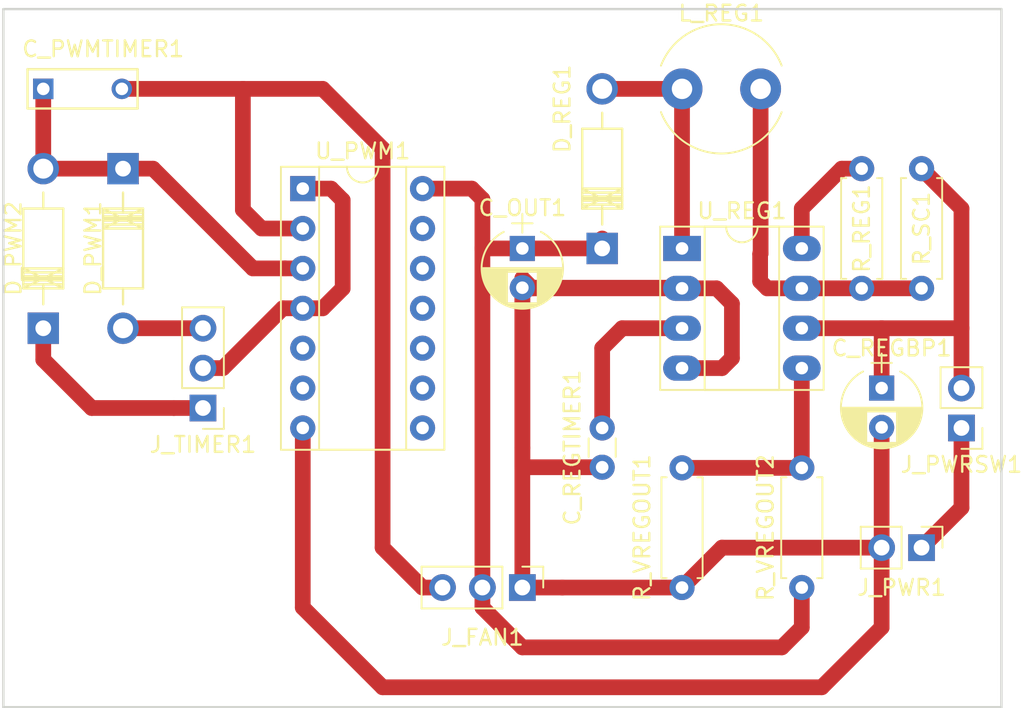
<source format=kicad_pcb>
(kicad_pcb (version 4) (host pcbnew 4.0.7)

  (general
    (links 34)
    (no_connects 5)
    (area 125.009 75.495 192.70762 120.725001)
    (thickness 1.6)
    (drawings 4)
    (tracks 93)
    (zones 0)
    (modules 18)
    (nets 15)
  )

  (page A4)
  (layers
    (0 F.Cu signal)
    (31 B.Cu signal)
    (32 B.Adhes user)
    (33 F.Adhes user)
    (34 B.Paste user)
    (35 F.Paste user)
    (36 B.SilkS user)
    (37 F.SilkS user)
    (38 B.Mask user)
    (39 F.Mask user)
    (40 Dwgs.User user)
    (41 Cmts.User user)
    (42 Eco1.User user)
    (43 Eco2.User user)
    (44 Edge.Cuts user)
    (45 Margin user)
    (46 B.CrtYd user)
    (47 F.CrtYd user)
    (48 B.Fab user)
    (49 F.Fab user hide)
  )

  (setup
    (last_trace_width 1)
    (user_trace_width 0.5)
    (user_trace_width 0.75)
    (user_trace_width 1)
    (trace_clearance 0.2)
    (zone_clearance 0.508)
    (zone_45_only no)
    (trace_min 0.2)
    (segment_width 0.2)
    (edge_width 0.15)
    (via_size 0.6)
    (via_drill 0.4)
    (via_min_size 0.4)
    (via_min_drill 0.3)
    (uvia_size 0.3)
    (uvia_drill 0.1)
    (uvias_allowed no)
    (uvia_min_size 0.2)
    (uvia_min_drill 0.1)
    (pcb_text_width 0.3)
    (pcb_text_size 1.5 1.5)
    (mod_edge_width 0.15)
    (mod_text_size 1 1)
    (mod_text_width 0.15)
    (pad_size 1.524 1.524)
    (pad_drill 0.762)
    (pad_to_mask_clearance 0.2)
    (aux_axis_origin 0 0)
    (visible_elements 7FFFFFFF)
    (pcbplotparams
      (layerselection 0x00030_80000001)
      (usegerberextensions false)
      (excludeedgelayer true)
      (linewidth 0.100000)
      (plotframeref false)
      (viasonmask false)
      (mode 1)
      (useauxorigin false)
      (hpglpennumber 1)
      (hpglpenspeed 20)
      (hpglpendiameter 15)
      (hpglpenoverlay 2)
      (psnegative false)
      (psa4output false)
      (plotreference true)
      (plotvalue true)
      (plotinvisibletext false)
      (padsonsilk false)
      (subtractmaskfromsilk false)
      (outputformat 1)
      (mirror false)
      (drillshape 1)
      (scaleselection 1)
      (outputdirectory doc/Layouts/))
  )

  (net 0 "")
  (net 1 /12V)
  (net 2 /GND)
  (net 3 /PWM_RC)
  (net 4 /PWM)
  (net 5 /9V)
  (net 6 "Net-(C_REGTIMER1-Pad1)")
  (net 7 "Net-(D_REG1-Pad2)")
  (net 8 "Net-(J_PWR1-Pad1)")
  (net 9 /PWM_FB)
  (net 10 "Net-(L_REG1-Pad2)")
  (net 11 "Net-(R_REG1-Pad2)")
  (net 12 "Net-(R_VREGOUT1-Pad1)")
  (net 13 "Net-(D_PWM1-Pad2)")
  (net 14 "Net-(D_PWM2-Pad1)")

  (net_class Default "This is the default net class."
    (clearance 0.2)
    (trace_width 0.25)
    (via_dia 0.6)
    (via_drill 0.4)
    (uvia_dia 0.3)
    (uvia_drill 0.1)
    (add_net /12V)
    (add_net /9V)
    (add_net /GND)
    (add_net /PWM)
    (add_net /PWM_FB)
    (add_net /PWM_RC)
    (add_net "Net-(C_REGTIMER1-Pad1)")
    (add_net "Net-(D_PWM1-Pad2)")
    (add_net "Net-(D_PWM2-Pad1)")
    (add_net "Net-(D_REG1-Pad2)")
    (add_net "Net-(J_PWR1-Pad1)")
    (add_net "Net-(L_REG1-Pad2)")
    (add_net "Net-(R_REG1-Pad2)")
    (add_net "Net-(R_VREGOUT1-Pad1)")
  )

  (module Capacitors_THT:CP_Radial_D5.0mm_P2.50mm (layer F.Cu) (tedit 597BC7C2) (tstamp 5B774D10)
    (at 160.02 91.44 270)
    (descr "CP, Radial series, Radial, pin pitch=2.50mm, , diameter=5mm, Electrolytic Capacitor")
    (tags "CP Radial series Radial pin pitch 2.50mm  diameter 5mm Electrolytic Capacitor")
    (path /5B76F529)
    (fp_text reference C_OUT1 (at -2.58 0 360) (layer F.SilkS)
      (effects (font (size 1 1) (thickness 0.15)))
    )
    (fp_text value 220uF (at 1.25 3.81 270) (layer F.Fab)
      (effects (font (size 1 1) (thickness 0.15)))
    )
    (fp_arc (start 1.25 0) (end -1.05558 -1.18) (angle 125.8) (layer F.SilkS) (width 0.12))
    (fp_arc (start 1.25 0) (end -1.05558 1.18) (angle -125.8) (layer F.SilkS) (width 0.12))
    (fp_arc (start 1.25 0) (end 3.55558 -1.18) (angle 54.2) (layer F.SilkS) (width 0.12))
    (fp_circle (center 1.25 0) (end 3.75 0) (layer F.Fab) (width 0.1))
    (fp_line (start -2.2 0) (end -1 0) (layer F.Fab) (width 0.1))
    (fp_line (start -1.6 -0.65) (end -1.6 0.65) (layer F.Fab) (width 0.1))
    (fp_line (start 1.25 -2.55) (end 1.25 2.55) (layer F.SilkS) (width 0.12))
    (fp_line (start 1.29 -2.55) (end 1.29 2.55) (layer F.SilkS) (width 0.12))
    (fp_line (start 1.33 -2.549) (end 1.33 2.549) (layer F.SilkS) (width 0.12))
    (fp_line (start 1.37 -2.548) (end 1.37 2.548) (layer F.SilkS) (width 0.12))
    (fp_line (start 1.41 -2.546) (end 1.41 2.546) (layer F.SilkS) (width 0.12))
    (fp_line (start 1.45 -2.543) (end 1.45 2.543) (layer F.SilkS) (width 0.12))
    (fp_line (start 1.49 -2.539) (end 1.49 2.539) (layer F.SilkS) (width 0.12))
    (fp_line (start 1.53 -2.535) (end 1.53 -0.98) (layer F.SilkS) (width 0.12))
    (fp_line (start 1.53 0.98) (end 1.53 2.535) (layer F.SilkS) (width 0.12))
    (fp_line (start 1.57 -2.531) (end 1.57 -0.98) (layer F.SilkS) (width 0.12))
    (fp_line (start 1.57 0.98) (end 1.57 2.531) (layer F.SilkS) (width 0.12))
    (fp_line (start 1.61 -2.525) (end 1.61 -0.98) (layer F.SilkS) (width 0.12))
    (fp_line (start 1.61 0.98) (end 1.61 2.525) (layer F.SilkS) (width 0.12))
    (fp_line (start 1.65 -2.519) (end 1.65 -0.98) (layer F.SilkS) (width 0.12))
    (fp_line (start 1.65 0.98) (end 1.65 2.519) (layer F.SilkS) (width 0.12))
    (fp_line (start 1.69 -2.513) (end 1.69 -0.98) (layer F.SilkS) (width 0.12))
    (fp_line (start 1.69 0.98) (end 1.69 2.513) (layer F.SilkS) (width 0.12))
    (fp_line (start 1.73 -2.506) (end 1.73 -0.98) (layer F.SilkS) (width 0.12))
    (fp_line (start 1.73 0.98) (end 1.73 2.506) (layer F.SilkS) (width 0.12))
    (fp_line (start 1.77 -2.498) (end 1.77 -0.98) (layer F.SilkS) (width 0.12))
    (fp_line (start 1.77 0.98) (end 1.77 2.498) (layer F.SilkS) (width 0.12))
    (fp_line (start 1.81 -2.489) (end 1.81 -0.98) (layer F.SilkS) (width 0.12))
    (fp_line (start 1.81 0.98) (end 1.81 2.489) (layer F.SilkS) (width 0.12))
    (fp_line (start 1.85 -2.48) (end 1.85 -0.98) (layer F.SilkS) (width 0.12))
    (fp_line (start 1.85 0.98) (end 1.85 2.48) (layer F.SilkS) (width 0.12))
    (fp_line (start 1.89 -2.47) (end 1.89 -0.98) (layer F.SilkS) (width 0.12))
    (fp_line (start 1.89 0.98) (end 1.89 2.47) (layer F.SilkS) (width 0.12))
    (fp_line (start 1.93 -2.46) (end 1.93 -0.98) (layer F.SilkS) (width 0.12))
    (fp_line (start 1.93 0.98) (end 1.93 2.46) (layer F.SilkS) (width 0.12))
    (fp_line (start 1.971 -2.448) (end 1.971 -0.98) (layer F.SilkS) (width 0.12))
    (fp_line (start 1.971 0.98) (end 1.971 2.448) (layer F.SilkS) (width 0.12))
    (fp_line (start 2.011 -2.436) (end 2.011 -0.98) (layer F.SilkS) (width 0.12))
    (fp_line (start 2.011 0.98) (end 2.011 2.436) (layer F.SilkS) (width 0.12))
    (fp_line (start 2.051 -2.424) (end 2.051 -0.98) (layer F.SilkS) (width 0.12))
    (fp_line (start 2.051 0.98) (end 2.051 2.424) (layer F.SilkS) (width 0.12))
    (fp_line (start 2.091 -2.41) (end 2.091 -0.98) (layer F.SilkS) (width 0.12))
    (fp_line (start 2.091 0.98) (end 2.091 2.41) (layer F.SilkS) (width 0.12))
    (fp_line (start 2.131 -2.396) (end 2.131 -0.98) (layer F.SilkS) (width 0.12))
    (fp_line (start 2.131 0.98) (end 2.131 2.396) (layer F.SilkS) (width 0.12))
    (fp_line (start 2.171 -2.382) (end 2.171 -0.98) (layer F.SilkS) (width 0.12))
    (fp_line (start 2.171 0.98) (end 2.171 2.382) (layer F.SilkS) (width 0.12))
    (fp_line (start 2.211 -2.366) (end 2.211 -0.98) (layer F.SilkS) (width 0.12))
    (fp_line (start 2.211 0.98) (end 2.211 2.366) (layer F.SilkS) (width 0.12))
    (fp_line (start 2.251 -2.35) (end 2.251 -0.98) (layer F.SilkS) (width 0.12))
    (fp_line (start 2.251 0.98) (end 2.251 2.35) (layer F.SilkS) (width 0.12))
    (fp_line (start 2.291 -2.333) (end 2.291 -0.98) (layer F.SilkS) (width 0.12))
    (fp_line (start 2.291 0.98) (end 2.291 2.333) (layer F.SilkS) (width 0.12))
    (fp_line (start 2.331 -2.315) (end 2.331 -0.98) (layer F.SilkS) (width 0.12))
    (fp_line (start 2.331 0.98) (end 2.331 2.315) (layer F.SilkS) (width 0.12))
    (fp_line (start 2.371 -2.296) (end 2.371 -0.98) (layer F.SilkS) (width 0.12))
    (fp_line (start 2.371 0.98) (end 2.371 2.296) (layer F.SilkS) (width 0.12))
    (fp_line (start 2.411 -2.276) (end 2.411 -0.98) (layer F.SilkS) (width 0.12))
    (fp_line (start 2.411 0.98) (end 2.411 2.276) (layer F.SilkS) (width 0.12))
    (fp_line (start 2.451 -2.256) (end 2.451 -0.98) (layer F.SilkS) (width 0.12))
    (fp_line (start 2.451 0.98) (end 2.451 2.256) (layer F.SilkS) (width 0.12))
    (fp_line (start 2.491 -2.234) (end 2.491 -0.98) (layer F.SilkS) (width 0.12))
    (fp_line (start 2.491 0.98) (end 2.491 2.234) (layer F.SilkS) (width 0.12))
    (fp_line (start 2.531 -2.212) (end 2.531 -0.98) (layer F.SilkS) (width 0.12))
    (fp_line (start 2.531 0.98) (end 2.531 2.212) (layer F.SilkS) (width 0.12))
    (fp_line (start 2.571 -2.189) (end 2.571 -0.98) (layer F.SilkS) (width 0.12))
    (fp_line (start 2.571 0.98) (end 2.571 2.189) (layer F.SilkS) (width 0.12))
    (fp_line (start 2.611 -2.165) (end 2.611 -0.98) (layer F.SilkS) (width 0.12))
    (fp_line (start 2.611 0.98) (end 2.611 2.165) (layer F.SilkS) (width 0.12))
    (fp_line (start 2.651 -2.14) (end 2.651 -0.98) (layer F.SilkS) (width 0.12))
    (fp_line (start 2.651 0.98) (end 2.651 2.14) (layer F.SilkS) (width 0.12))
    (fp_line (start 2.691 -2.113) (end 2.691 -0.98) (layer F.SilkS) (width 0.12))
    (fp_line (start 2.691 0.98) (end 2.691 2.113) (layer F.SilkS) (width 0.12))
    (fp_line (start 2.731 -2.086) (end 2.731 -0.98) (layer F.SilkS) (width 0.12))
    (fp_line (start 2.731 0.98) (end 2.731 2.086) (layer F.SilkS) (width 0.12))
    (fp_line (start 2.771 -2.058) (end 2.771 -0.98) (layer F.SilkS) (width 0.12))
    (fp_line (start 2.771 0.98) (end 2.771 2.058) (layer F.SilkS) (width 0.12))
    (fp_line (start 2.811 -2.028) (end 2.811 -0.98) (layer F.SilkS) (width 0.12))
    (fp_line (start 2.811 0.98) (end 2.811 2.028) (layer F.SilkS) (width 0.12))
    (fp_line (start 2.851 -1.997) (end 2.851 -0.98) (layer F.SilkS) (width 0.12))
    (fp_line (start 2.851 0.98) (end 2.851 1.997) (layer F.SilkS) (width 0.12))
    (fp_line (start 2.891 -1.965) (end 2.891 -0.98) (layer F.SilkS) (width 0.12))
    (fp_line (start 2.891 0.98) (end 2.891 1.965) (layer F.SilkS) (width 0.12))
    (fp_line (start 2.931 -1.932) (end 2.931 -0.98) (layer F.SilkS) (width 0.12))
    (fp_line (start 2.931 0.98) (end 2.931 1.932) (layer F.SilkS) (width 0.12))
    (fp_line (start 2.971 -1.897) (end 2.971 -0.98) (layer F.SilkS) (width 0.12))
    (fp_line (start 2.971 0.98) (end 2.971 1.897) (layer F.SilkS) (width 0.12))
    (fp_line (start 3.011 -1.861) (end 3.011 -0.98) (layer F.SilkS) (width 0.12))
    (fp_line (start 3.011 0.98) (end 3.011 1.861) (layer F.SilkS) (width 0.12))
    (fp_line (start 3.051 -1.823) (end 3.051 -0.98) (layer F.SilkS) (width 0.12))
    (fp_line (start 3.051 0.98) (end 3.051 1.823) (layer F.SilkS) (width 0.12))
    (fp_line (start 3.091 -1.783) (end 3.091 -0.98) (layer F.SilkS) (width 0.12))
    (fp_line (start 3.091 0.98) (end 3.091 1.783) (layer F.SilkS) (width 0.12))
    (fp_line (start 3.131 -1.742) (end 3.131 -0.98) (layer F.SilkS) (width 0.12))
    (fp_line (start 3.131 0.98) (end 3.131 1.742) (layer F.SilkS) (width 0.12))
    (fp_line (start 3.171 -1.699) (end 3.171 -0.98) (layer F.SilkS) (width 0.12))
    (fp_line (start 3.171 0.98) (end 3.171 1.699) (layer F.SilkS) (width 0.12))
    (fp_line (start 3.211 -1.654) (end 3.211 -0.98) (layer F.SilkS) (width 0.12))
    (fp_line (start 3.211 0.98) (end 3.211 1.654) (layer F.SilkS) (width 0.12))
    (fp_line (start 3.251 -1.606) (end 3.251 -0.98) (layer F.SilkS) (width 0.12))
    (fp_line (start 3.251 0.98) (end 3.251 1.606) (layer F.SilkS) (width 0.12))
    (fp_line (start 3.291 -1.556) (end 3.291 -0.98) (layer F.SilkS) (width 0.12))
    (fp_line (start 3.291 0.98) (end 3.291 1.556) (layer F.SilkS) (width 0.12))
    (fp_line (start 3.331 -1.504) (end 3.331 -0.98) (layer F.SilkS) (width 0.12))
    (fp_line (start 3.331 0.98) (end 3.331 1.504) (layer F.SilkS) (width 0.12))
    (fp_line (start 3.371 -1.448) (end 3.371 -0.98) (layer F.SilkS) (width 0.12))
    (fp_line (start 3.371 0.98) (end 3.371 1.448) (layer F.SilkS) (width 0.12))
    (fp_line (start 3.411 -1.39) (end 3.411 -0.98) (layer F.SilkS) (width 0.12))
    (fp_line (start 3.411 0.98) (end 3.411 1.39) (layer F.SilkS) (width 0.12))
    (fp_line (start 3.451 -1.327) (end 3.451 -0.98) (layer F.SilkS) (width 0.12))
    (fp_line (start 3.451 0.98) (end 3.451 1.327) (layer F.SilkS) (width 0.12))
    (fp_line (start 3.491 -1.261) (end 3.491 1.261) (layer F.SilkS) (width 0.12))
    (fp_line (start 3.531 -1.189) (end 3.531 1.189) (layer F.SilkS) (width 0.12))
    (fp_line (start 3.571 -1.112) (end 3.571 1.112) (layer F.SilkS) (width 0.12))
    (fp_line (start 3.611 -1.028) (end 3.611 1.028) (layer F.SilkS) (width 0.12))
    (fp_line (start 3.651 -0.934) (end 3.651 0.934) (layer F.SilkS) (width 0.12))
    (fp_line (start 3.691 -0.829) (end 3.691 0.829) (layer F.SilkS) (width 0.12))
    (fp_line (start 3.731 -0.707) (end 3.731 0.707) (layer F.SilkS) (width 0.12))
    (fp_line (start 3.771 -0.559) (end 3.771 0.559) (layer F.SilkS) (width 0.12))
    (fp_line (start 3.811 -0.354) (end 3.811 0.354) (layer F.SilkS) (width 0.12))
    (fp_line (start -2.2 0) (end -1 0) (layer F.SilkS) (width 0.12))
    (fp_line (start -1.6 -0.65) (end -1.6 0.65) (layer F.SilkS) (width 0.12))
    (fp_line (start -1.6 -2.85) (end -1.6 2.85) (layer F.CrtYd) (width 0.05))
    (fp_line (start -1.6 2.85) (end 4.1 2.85) (layer F.CrtYd) (width 0.05))
    (fp_line (start 4.1 2.85) (end 4.1 -2.85) (layer F.CrtYd) (width 0.05))
    (fp_line (start 4.1 -2.85) (end -1.6 -2.85) (layer F.CrtYd) (width 0.05))
    (fp_text user %R (at 1.25 0 270) (layer F.Fab)
      (effects (font (size 1 1) (thickness 0.15)))
    )
    (pad 1 thru_hole rect (at 0 0 270) (size 1.6 1.6) (drill 0.8) (layers *.Cu *.Mask)
      (net 1 /12V))
    (pad 2 thru_hole circle (at 2.5 0 270) (size 1.6 1.6) (drill 0.8) (layers *.Cu *.Mask)
      (net 2 /GND))
    (model ${KISYS3DMOD}/Capacitors_THT.3dshapes/CP_Radial_D5.0mm_P2.50mm.wrl
      (at (xyz 0 0 0))
      (scale (xyz 1 1 1))
      (rotate (xyz 0 0 0))
    )
  )

  (module Capacitors_THT:C_Rect_L7_W2.5_P5 (layer F.Cu) (tedit 0) (tstamp 5B774D16)
    (at 129.54 81.28)
    (descr "Film Capacitor Length 7mm x Width 2.5mm, Pitch 5mm")
    (tags Capacitor)
    (path /5B74B982)
    (fp_text reference C_PWMTIMER1 (at 3.81 -2.54) (layer F.SilkS)
      (effects (font (size 1 1) (thickness 0.15)))
    )
    (fp_text value 1uF (at 2.5 2.5) (layer F.Fab)
      (effects (font (size 1 1) (thickness 0.15)))
    )
    (fp_line (start -1.25 -1.5) (end 6.25 -1.5) (layer F.CrtYd) (width 0.05))
    (fp_line (start 6.25 -1.5) (end 6.25 1.5) (layer F.CrtYd) (width 0.05))
    (fp_line (start 6.25 1.5) (end -1.25 1.5) (layer F.CrtYd) (width 0.05))
    (fp_line (start -1.25 1.5) (end -1.25 -1.5) (layer F.CrtYd) (width 0.05))
    (fp_line (start -1 -1.25) (end 6 -1.25) (layer F.SilkS) (width 0.15))
    (fp_line (start 6 -1.25) (end 6 1.25) (layer F.SilkS) (width 0.15))
    (fp_line (start 6 1.25) (end -1 1.25) (layer F.SilkS) (width 0.15))
    (fp_line (start -1 1.25) (end -1 -1.25) (layer F.SilkS) (width 0.15))
    (pad 1 thru_hole rect (at 0 0) (size 1.3 1.3) (drill 0.8) (layers *.Cu *.Mask)
      (net 3 /PWM_RC))
    (pad 2 thru_hole circle (at 5 0) (size 1.3 1.3) (drill 0.8) (layers *.Cu *.Mask)
      (net 4 /PWM))
  )

  (module Capacitors_THT:CP_Radial_D5.0mm_P2.50mm (layer F.Cu) (tedit 597BC7C2) (tstamp 5B774D1C)
    (at 182.88 100.33 270)
    (descr "CP, Radial series, Radial, pin pitch=2.50mm, , diameter=5mm, Electrolytic Capacitor")
    (tags "CP Radial series Radial pin pitch 2.50mm  diameter 5mm Electrolytic Capacitor")
    (path /5B76F7F2)
    (fp_text reference C_REGBP1 (at -2.54 -0.635 360) (layer F.SilkS)
      (effects (font (size 1 1) (thickness 0.15)))
    )
    (fp_text value 100uF (at 1.25 3.81 270) (layer F.Fab)
      (effects (font (size 1 1) (thickness 0.15)))
    )
    (fp_arc (start 1.25 0) (end -1.05558 -1.18) (angle 125.8) (layer F.SilkS) (width 0.12))
    (fp_arc (start 1.25 0) (end -1.05558 1.18) (angle -125.8) (layer F.SilkS) (width 0.12))
    (fp_arc (start 1.25 0) (end 3.55558 -1.18) (angle 54.2) (layer F.SilkS) (width 0.12))
    (fp_circle (center 1.25 0) (end 3.75 0) (layer F.Fab) (width 0.1))
    (fp_line (start -2.2 0) (end -1 0) (layer F.Fab) (width 0.1))
    (fp_line (start -1.6 -0.65) (end -1.6 0.65) (layer F.Fab) (width 0.1))
    (fp_line (start 1.25 -2.55) (end 1.25 2.55) (layer F.SilkS) (width 0.12))
    (fp_line (start 1.29 -2.55) (end 1.29 2.55) (layer F.SilkS) (width 0.12))
    (fp_line (start 1.33 -2.549) (end 1.33 2.549) (layer F.SilkS) (width 0.12))
    (fp_line (start 1.37 -2.548) (end 1.37 2.548) (layer F.SilkS) (width 0.12))
    (fp_line (start 1.41 -2.546) (end 1.41 2.546) (layer F.SilkS) (width 0.12))
    (fp_line (start 1.45 -2.543) (end 1.45 2.543) (layer F.SilkS) (width 0.12))
    (fp_line (start 1.49 -2.539) (end 1.49 2.539) (layer F.SilkS) (width 0.12))
    (fp_line (start 1.53 -2.535) (end 1.53 -0.98) (layer F.SilkS) (width 0.12))
    (fp_line (start 1.53 0.98) (end 1.53 2.535) (layer F.SilkS) (width 0.12))
    (fp_line (start 1.57 -2.531) (end 1.57 -0.98) (layer F.SilkS) (width 0.12))
    (fp_line (start 1.57 0.98) (end 1.57 2.531) (layer F.SilkS) (width 0.12))
    (fp_line (start 1.61 -2.525) (end 1.61 -0.98) (layer F.SilkS) (width 0.12))
    (fp_line (start 1.61 0.98) (end 1.61 2.525) (layer F.SilkS) (width 0.12))
    (fp_line (start 1.65 -2.519) (end 1.65 -0.98) (layer F.SilkS) (width 0.12))
    (fp_line (start 1.65 0.98) (end 1.65 2.519) (layer F.SilkS) (width 0.12))
    (fp_line (start 1.69 -2.513) (end 1.69 -0.98) (layer F.SilkS) (width 0.12))
    (fp_line (start 1.69 0.98) (end 1.69 2.513) (layer F.SilkS) (width 0.12))
    (fp_line (start 1.73 -2.506) (end 1.73 -0.98) (layer F.SilkS) (width 0.12))
    (fp_line (start 1.73 0.98) (end 1.73 2.506) (layer F.SilkS) (width 0.12))
    (fp_line (start 1.77 -2.498) (end 1.77 -0.98) (layer F.SilkS) (width 0.12))
    (fp_line (start 1.77 0.98) (end 1.77 2.498) (layer F.SilkS) (width 0.12))
    (fp_line (start 1.81 -2.489) (end 1.81 -0.98) (layer F.SilkS) (width 0.12))
    (fp_line (start 1.81 0.98) (end 1.81 2.489) (layer F.SilkS) (width 0.12))
    (fp_line (start 1.85 -2.48) (end 1.85 -0.98) (layer F.SilkS) (width 0.12))
    (fp_line (start 1.85 0.98) (end 1.85 2.48) (layer F.SilkS) (width 0.12))
    (fp_line (start 1.89 -2.47) (end 1.89 -0.98) (layer F.SilkS) (width 0.12))
    (fp_line (start 1.89 0.98) (end 1.89 2.47) (layer F.SilkS) (width 0.12))
    (fp_line (start 1.93 -2.46) (end 1.93 -0.98) (layer F.SilkS) (width 0.12))
    (fp_line (start 1.93 0.98) (end 1.93 2.46) (layer F.SilkS) (width 0.12))
    (fp_line (start 1.971 -2.448) (end 1.971 -0.98) (layer F.SilkS) (width 0.12))
    (fp_line (start 1.971 0.98) (end 1.971 2.448) (layer F.SilkS) (width 0.12))
    (fp_line (start 2.011 -2.436) (end 2.011 -0.98) (layer F.SilkS) (width 0.12))
    (fp_line (start 2.011 0.98) (end 2.011 2.436) (layer F.SilkS) (width 0.12))
    (fp_line (start 2.051 -2.424) (end 2.051 -0.98) (layer F.SilkS) (width 0.12))
    (fp_line (start 2.051 0.98) (end 2.051 2.424) (layer F.SilkS) (width 0.12))
    (fp_line (start 2.091 -2.41) (end 2.091 -0.98) (layer F.SilkS) (width 0.12))
    (fp_line (start 2.091 0.98) (end 2.091 2.41) (layer F.SilkS) (width 0.12))
    (fp_line (start 2.131 -2.396) (end 2.131 -0.98) (layer F.SilkS) (width 0.12))
    (fp_line (start 2.131 0.98) (end 2.131 2.396) (layer F.SilkS) (width 0.12))
    (fp_line (start 2.171 -2.382) (end 2.171 -0.98) (layer F.SilkS) (width 0.12))
    (fp_line (start 2.171 0.98) (end 2.171 2.382) (layer F.SilkS) (width 0.12))
    (fp_line (start 2.211 -2.366) (end 2.211 -0.98) (layer F.SilkS) (width 0.12))
    (fp_line (start 2.211 0.98) (end 2.211 2.366) (layer F.SilkS) (width 0.12))
    (fp_line (start 2.251 -2.35) (end 2.251 -0.98) (layer F.SilkS) (width 0.12))
    (fp_line (start 2.251 0.98) (end 2.251 2.35) (layer F.SilkS) (width 0.12))
    (fp_line (start 2.291 -2.333) (end 2.291 -0.98) (layer F.SilkS) (width 0.12))
    (fp_line (start 2.291 0.98) (end 2.291 2.333) (layer F.SilkS) (width 0.12))
    (fp_line (start 2.331 -2.315) (end 2.331 -0.98) (layer F.SilkS) (width 0.12))
    (fp_line (start 2.331 0.98) (end 2.331 2.315) (layer F.SilkS) (width 0.12))
    (fp_line (start 2.371 -2.296) (end 2.371 -0.98) (layer F.SilkS) (width 0.12))
    (fp_line (start 2.371 0.98) (end 2.371 2.296) (layer F.SilkS) (width 0.12))
    (fp_line (start 2.411 -2.276) (end 2.411 -0.98) (layer F.SilkS) (width 0.12))
    (fp_line (start 2.411 0.98) (end 2.411 2.276) (layer F.SilkS) (width 0.12))
    (fp_line (start 2.451 -2.256) (end 2.451 -0.98) (layer F.SilkS) (width 0.12))
    (fp_line (start 2.451 0.98) (end 2.451 2.256) (layer F.SilkS) (width 0.12))
    (fp_line (start 2.491 -2.234) (end 2.491 -0.98) (layer F.SilkS) (width 0.12))
    (fp_line (start 2.491 0.98) (end 2.491 2.234) (layer F.SilkS) (width 0.12))
    (fp_line (start 2.531 -2.212) (end 2.531 -0.98) (layer F.SilkS) (width 0.12))
    (fp_line (start 2.531 0.98) (end 2.531 2.212) (layer F.SilkS) (width 0.12))
    (fp_line (start 2.571 -2.189) (end 2.571 -0.98) (layer F.SilkS) (width 0.12))
    (fp_line (start 2.571 0.98) (end 2.571 2.189) (layer F.SilkS) (width 0.12))
    (fp_line (start 2.611 -2.165) (end 2.611 -0.98) (layer F.SilkS) (width 0.12))
    (fp_line (start 2.611 0.98) (end 2.611 2.165) (layer F.SilkS) (width 0.12))
    (fp_line (start 2.651 -2.14) (end 2.651 -0.98) (layer F.SilkS) (width 0.12))
    (fp_line (start 2.651 0.98) (end 2.651 2.14) (layer F.SilkS) (width 0.12))
    (fp_line (start 2.691 -2.113) (end 2.691 -0.98) (layer F.SilkS) (width 0.12))
    (fp_line (start 2.691 0.98) (end 2.691 2.113) (layer F.SilkS) (width 0.12))
    (fp_line (start 2.731 -2.086) (end 2.731 -0.98) (layer F.SilkS) (width 0.12))
    (fp_line (start 2.731 0.98) (end 2.731 2.086) (layer F.SilkS) (width 0.12))
    (fp_line (start 2.771 -2.058) (end 2.771 -0.98) (layer F.SilkS) (width 0.12))
    (fp_line (start 2.771 0.98) (end 2.771 2.058) (layer F.SilkS) (width 0.12))
    (fp_line (start 2.811 -2.028) (end 2.811 -0.98) (layer F.SilkS) (width 0.12))
    (fp_line (start 2.811 0.98) (end 2.811 2.028) (layer F.SilkS) (width 0.12))
    (fp_line (start 2.851 -1.997) (end 2.851 -0.98) (layer F.SilkS) (width 0.12))
    (fp_line (start 2.851 0.98) (end 2.851 1.997) (layer F.SilkS) (width 0.12))
    (fp_line (start 2.891 -1.965) (end 2.891 -0.98) (layer F.SilkS) (width 0.12))
    (fp_line (start 2.891 0.98) (end 2.891 1.965) (layer F.SilkS) (width 0.12))
    (fp_line (start 2.931 -1.932) (end 2.931 -0.98) (layer F.SilkS) (width 0.12))
    (fp_line (start 2.931 0.98) (end 2.931 1.932) (layer F.SilkS) (width 0.12))
    (fp_line (start 2.971 -1.897) (end 2.971 -0.98) (layer F.SilkS) (width 0.12))
    (fp_line (start 2.971 0.98) (end 2.971 1.897) (layer F.SilkS) (width 0.12))
    (fp_line (start 3.011 -1.861) (end 3.011 -0.98) (layer F.SilkS) (width 0.12))
    (fp_line (start 3.011 0.98) (end 3.011 1.861) (layer F.SilkS) (width 0.12))
    (fp_line (start 3.051 -1.823) (end 3.051 -0.98) (layer F.SilkS) (width 0.12))
    (fp_line (start 3.051 0.98) (end 3.051 1.823) (layer F.SilkS) (width 0.12))
    (fp_line (start 3.091 -1.783) (end 3.091 -0.98) (layer F.SilkS) (width 0.12))
    (fp_line (start 3.091 0.98) (end 3.091 1.783) (layer F.SilkS) (width 0.12))
    (fp_line (start 3.131 -1.742) (end 3.131 -0.98) (layer F.SilkS) (width 0.12))
    (fp_line (start 3.131 0.98) (end 3.131 1.742) (layer F.SilkS) (width 0.12))
    (fp_line (start 3.171 -1.699) (end 3.171 -0.98) (layer F.SilkS) (width 0.12))
    (fp_line (start 3.171 0.98) (end 3.171 1.699) (layer F.SilkS) (width 0.12))
    (fp_line (start 3.211 -1.654) (end 3.211 -0.98) (layer F.SilkS) (width 0.12))
    (fp_line (start 3.211 0.98) (end 3.211 1.654) (layer F.SilkS) (width 0.12))
    (fp_line (start 3.251 -1.606) (end 3.251 -0.98) (layer F.SilkS) (width 0.12))
    (fp_line (start 3.251 0.98) (end 3.251 1.606) (layer F.SilkS) (width 0.12))
    (fp_line (start 3.291 -1.556) (end 3.291 -0.98) (layer F.SilkS) (width 0.12))
    (fp_line (start 3.291 0.98) (end 3.291 1.556) (layer F.SilkS) (width 0.12))
    (fp_line (start 3.331 -1.504) (end 3.331 -0.98) (layer F.SilkS) (width 0.12))
    (fp_line (start 3.331 0.98) (end 3.331 1.504) (layer F.SilkS) (width 0.12))
    (fp_line (start 3.371 -1.448) (end 3.371 -0.98) (layer F.SilkS) (width 0.12))
    (fp_line (start 3.371 0.98) (end 3.371 1.448) (layer F.SilkS) (width 0.12))
    (fp_line (start 3.411 -1.39) (end 3.411 -0.98) (layer F.SilkS) (width 0.12))
    (fp_line (start 3.411 0.98) (end 3.411 1.39) (layer F.SilkS) (width 0.12))
    (fp_line (start 3.451 -1.327) (end 3.451 -0.98) (layer F.SilkS) (width 0.12))
    (fp_line (start 3.451 0.98) (end 3.451 1.327) (layer F.SilkS) (width 0.12))
    (fp_line (start 3.491 -1.261) (end 3.491 1.261) (layer F.SilkS) (width 0.12))
    (fp_line (start 3.531 -1.189) (end 3.531 1.189) (layer F.SilkS) (width 0.12))
    (fp_line (start 3.571 -1.112) (end 3.571 1.112) (layer F.SilkS) (width 0.12))
    (fp_line (start 3.611 -1.028) (end 3.611 1.028) (layer F.SilkS) (width 0.12))
    (fp_line (start 3.651 -0.934) (end 3.651 0.934) (layer F.SilkS) (width 0.12))
    (fp_line (start 3.691 -0.829) (end 3.691 0.829) (layer F.SilkS) (width 0.12))
    (fp_line (start 3.731 -0.707) (end 3.731 0.707) (layer F.SilkS) (width 0.12))
    (fp_line (start 3.771 -0.559) (end 3.771 0.559) (layer F.SilkS) (width 0.12))
    (fp_line (start 3.811 -0.354) (end 3.811 0.354) (layer F.SilkS) (width 0.12))
    (fp_line (start -2.2 0) (end -1 0) (layer F.SilkS) (width 0.12))
    (fp_line (start -1.6 -0.65) (end -1.6 0.65) (layer F.SilkS) (width 0.12))
    (fp_line (start -1.6 -2.85) (end -1.6 2.85) (layer F.CrtYd) (width 0.05))
    (fp_line (start -1.6 2.85) (end 4.1 2.85) (layer F.CrtYd) (width 0.05))
    (fp_line (start 4.1 2.85) (end 4.1 -2.85) (layer F.CrtYd) (width 0.05))
    (fp_line (start 4.1 -2.85) (end -1.6 -2.85) (layer F.CrtYd) (width 0.05))
    (fp_text user %R (at 1.25 -0.345 270) (layer F.Fab)
      (effects (font (size 1 1) (thickness 0.15)))
    )
    (pad 1 thru_hole rect (at 0 0 270) (size 1.6 1.6) (drill 0.8) (layers *.Cu *.Mask)
      (net 5 /9V))
    (pad 2 thru_hole circle (at 2.5 0 270) (size 1.6 1.6) (drill 0.8) (layers *.Cu *.Mask)
      (net 2 /GND))
    (model ${KISYS3DMOD}/Capacitors_THT.3dshapes/CP_Radial_D5.0mm_P2.50mm.wrl
      (at (xyz 0 0 0))
      (scale (xyz 1 1 1))
      (rotate (xyz 0 0 0))
    )
  )

  (module Capacitors_THT:C_Disc_D3.0mm_W1.6mm_P2.50mm (layer F.Cu) (tedit 597BC7C2) (tstamp 5B774D22)
    (at 165.1 102.87 270)
    (descr "C, Disc series, Radial, pin pitch=2.50mm, , diameter*width=3.0*1.6mm^2, Capacitor, http://www.vishay.com/docs/45233/krseries.pdf")
    (tags "C Disc series Radial pin pitch 2.50mm  diameter 3.0mm width 1.6mm Capacitor")
    (path /5B775224)
    (fp_text reference C_REGTIMER1 (at 1.25 1.905 270) (layer F.SilkS)
      (effects (font (size 1 1) (thickness 0.15)))
    )
    (fp_text value 180pF (at 1.25 2.11 270) (layer F.Fab)
      (effects (font (size 1 1) (thickness 0.15)))
    )
    (fp_line (start -0.25 -0.8) (end -0.25 0.8) (layer F.Fab) (width 0.1))
    (fp_line (start -0.25 0.8) (end 2.75 0.8) (layer F.Fab) (width 0.1))
    (fp_line (start 2.75 0.8) (end 2.75 -0.8) (layer F.Fab) (width 0.1))
    (fp_line (start 2.75 -0.8) (end -0.25 -0.8) (layer F.Fab) (width 0.1))
    (fp_line (start 0.663 -0.861) (end 1.837 -0.861) (layer F.SilkS) (width 0.12))
    (fp_line (start 0.663 0.861) (end 1.837 0.861) (layer F.SilkS) (width 0.12))
    (fp_line (start -1.05 -1.15) (end -1.05 1.15) (layer F.CrtYd) (width 0.05))
    (fp_line (start -1.05 1.15) (end 3.55 1.15) (layer F.CrtYd) (width 0.05))
    (fp_line (start 3.55 1.15) (end 3.55 -1.15) (layer F.CrtYd) (width 0.05))
    (fp_line (start 3.55 -1.15) (end -1.05 -1.15) (layer F.CrtYd) (width 0.05))
    (fp_text user %R (at 1.25 0 270) (layer F.Fab)
      (effects (font (size 1 1) (thickness 0.15)))
    )
    (pad 1 thru_hole circle (at 0 0 270) (size 1.6 1.6) (drill 0.8) (layers *.Cu *.Mask)
      (net 6 "Net-(C_REGTIMER1-Pad1)"))
    (pad 2 thru_hole circle (at 2.5 0 270) (size 1.6 1.6) (drill 0.8) (layers *.Cu *.Mask)
      (net 2 /GND))
    (model ${KISYS3DMOD}/Capacitors_THT.3dshapes/C_Disc_D3.0mm_W1.6mm_P2.50mm.wrl
      (at (xyz 0 0 0))
      (scale (xyz 1 1 1))
      (rotate (xyz 0 0 0))
    )
  )

  (module Diodes_THT:Diode_DO-41_SOD81_Horizontal_RM10 (layer F.Cu) (tedit 552FFCCE) (tstamp 5B774D28)
    (at 134.61238 86.36 270)
    (descr "Diode, DO-41, SOD81, Horizontal, RM 10mm,")
    (tags "Diode, DO-41, SOD81, Horizontal, RM 10mm, 1N4007, SB140,")
    (path /5B74D26B)
    (fp_text reference D_PWM1 (at 5.08 1.90754 270) (layer F.SilkS)
      (effects (font (size 1 1) (thickness 0.15)))
    )
    (fp_text value SR102 (at 4.37134 -3.55854 270) (layer F.Fab)
      (effects (font (size 1 1) (thickness 0.15)))
    )
    (fp_line (start 7.62 -0.00254) (end 8.636 -0.00254) (layer F.SilkS) (width 0.15))
    (fp_line (start 2.794 -0.00254) (end 1.524 -0.00254) (layer F.SilkS) (width 0.15))
    (fp_line (start 3.048 -1.27254) (end 3.048 1.26746) (layer F.SilkS) (width 0.15))
    (fp_line (start 3.302 -1.27254) (end 3.302 1.26746) (layer F.SilkS) (width 0.15))
    (fp_line (start 3.556 -1.27254) (end 3.556 1.26746) (layer F.SilkS) (width 0.15))
    (fp_line (start 2.794 -1.27254) (end 2.794 1.26746) (layer F.SilkS) (width 0.15))
    (fp_line (start 3.81 -1.27254) (end 2.54 1.26746) (layer F.SilkS) (width 0.15))
    (fp_line (start 2.54 -1.27254) (end 3.81 1.26746) (layer F.SilkS) (width 0.15))
    (fp_line (start 3.81 -1.27254) (end 3.81 1.26746) (layer F.SilkS) (width 0.15))
    (fp_line (start 3.175 -1.27254) (end 3.175 1.26746) (layer F.SilkS) (width 0.15))
    (fp_line (start 2.54 1.26746) (end 2.54 -1.27254) (layer F.SilkS) (width 0.15))
    (fp_line (start 2.54 -1.27254) (end 7.62 -1.27254) (layer F.SilkS) (width 0.15))
    (fp_line (start 7.62 -1.27254) (end 7.62 1.26746) (layer F.SilkS) (width 0.15))
    (fp_line (start 7.62 1.26746) (end 2.54 1.26746) (layer F.SilkS) (width 0.15))
    (pad 2 thru_hole circle (at 10.16 -0.00254 90) (size 1.99898 1.99898) (drill 1.27) (layers *.Cu *.Mask)
      (net 13 "Net-(D_PWM1-Pad2)"))
    (pad 1 thru_hole rect (at 0 -0.00254 90) (size 1.99898 1.99898) (drill 1.00076) (layers *.Cu *.Mask)
      (net 3 /PWM_RC))
  )

  (module Diodes_THT:Diode_DO-41_SOD81_Horizontal_RM10 (layer F.Cu) (tedit 552FFCCE) (tstamp 5B774D2E)
    (at 129.54254 96.52 90)
    (descr "Diode, DO-41, SOD81, Horizontal, RM 10mm,")
    (tags "Diode, DO-41, SOD81, Horizontal, RM 10mm, 1N4007, SB140,")
    (path /5B74D205)
    (fp_text reference D_PWM2 (at 5.08 -1.90754 90) (layer F.SilkS)
      (effects (font (size 1 1) (thickness 0.15)))
    )
    (fp_text value SR102 (at 4.37134 -3.55854 90) (layer F.Fab)
      (effects (font (size 1 1) (thickness 0.15)))
    )
    (fp_line (start 7.62 -0.00254) (end 8.636 -0.00254) (layer F.SilkS) (width 0.15))
    (fp_line (start 2.794 -0.00254) (end 1.524 -0.00254) (layer F.SilkS) (width 0.15))
    (fp_line (start 3.048 -1.27254) (end 3.048 1.26746) (layer F.SilkS) (width 0.15))
    (fp_line (start 3.302 -1.27254) (end 3.302 1.26746) (layer F.SilkS) (width 0.15))
    (fp_line (start 3.556 -1.27254) (end 3.556 1.26746) (layer F.SilkS) (width 0.15))
    (fp_line (start 2.794 -1.27254) (end 2.794 1.26746) (layer F.SilkS) (width 0.15))
    (fp_line (start 3.81 -1.27254) (end 2.54 1.26746) (layer F.SilkS) (width 0.15))
    (fp_line (start 2.54 -1.27254) (end 3.81 1.26746) (layer F.SilkS) (width 0.15))
    (fp_line (start 3.81 -1.27254) (end 3.81 1.26746) (layer F.SilkS) (width 0.15))
    (fp_line (start 3.175 -1.27254) (end 3.175 1.26746) (layer F.SilkS) (width 0.15))
    (fp_line (start 2.54 1.26746) (end 2.54 -1.27254) (layer F.SilkS) (width 0.15))
    (fp_line (start 2.54 -1.27254) (end 7.62 -1.27254) (layer F.SilkS) (width 0.15))
    (fp_line (start 7.62 -1.27254) (end 7.62 1.26746) (layer F.SilkS) (width 0.15))
    (fp_line (start 7.62 1.26746) (end 2.54 1.26746) (layer F.SilkS) (width 0.15))
    (pad 2 thru_hole circle (at 10.16 -0.00254 270) (size 1.99898 1.99898) (drill 1.27) (layers *.Cu *.Mask)
      (net 3 /PWM_RC))
    (pad 1 thru_hole rect (at 0 -0.00254 270) (size 1.99898 1.99898) (drill 1.00076) (layers *.Cu *.Mask)
      (net 14 "Net-(D_PWM2-Pad1)"))
  )

  (module Diodes_THT:Diode_DO-41_SOD81_Horizontal_RM10 (layer F.Cu) (tedit 552FFCCE) (tstamp 5B774D34)
    (at 165.10254 91.44 90)
    (descr "Diode, DO-41, SOD81, Horizontal, RM 10mm,")
    (tags "Diode, DO-41, SOD81, Horizontal, RM 10mm, 1N4007, SB140,")
    (path /5B77240E)
    (fp_text reference D_REG1 (at 8.89 -2.54254 90) (layer F.SilkS)
      (effects (font (size 1 1) (thickness 0.15)))
    )
    (fp_text value 1n5819 (at 4.37134 -3.55854 90) (layer F.Fab)
      (effects (font (size 1 1) (thickness 0.15)))
    )
    (fp_line (start 7.62 -0.00254) (end 8.636 -0.00254) (layer F.SilkS) (width 0.15))
    (fp_line (start 2.794 -0.00254) (end 1.524 -0.00254) (layer F.SilkS) (width 0.15))
    (fp_line (start 3.048 -1.27254) (end 3.048 1.26746) (layer F.SilkS) (width 0.15))
    (fp_line (start 3.302 -1.27254) (end 3.302 1.26746) (layer F.SilkS) (width 0.15))
    (fp_line (start 3.556 -1.27254) (end 3.556 1.26746) (layer F.SilkS) (width 0.15))
    (fp_line (start 2.794 -1.27254) (end 2.794 1.26746) (layer F.SilkS) (width 0.15))
    (fp_line (start 3.81 -1.27254) (end 2.54 1.26746) (layer F.SilkS) (width 0.15))
    (fp_line (start 2.54 -1.27254) (end 3.81 1.26746) (layer F.SilkS) (width 0.15))
    (fp_line (start 3.81 -1.27254) (end 3.81 1.26746) (layer F.SilkS) (width 0.15))
    (fp_line (start 3.175 -1.27254) (end 3.175 1.26746) (layer F.SilkS) (width 0.15))
    (fp_line (start 2.54 1.26746) (end 2.54 -1.27254) (layer F.SilkS) (width 0.15))
    (fp_line (start 2.54 -1.27254) (end 7.62 -1.27254) (layer F.SilkS) (width 0.15))
    (fp_line (start 7.62 -1.27254) (end 7.62 1.26746) (layer F.SilkS) (width 0.15))
    (fp_line (start 7.62 1.26746) (end 2.54 1.26746) (layer F.SilkS) (width 0.15))
    (pad 2 thru_hole circle (at 10.16 -0.00254 270) (size 1.99898 1.99898) (drill 1.27) (layers *.Cu *.Mask)
      (net 7 "Net-(D_REG1-Pad2)"))
    (pad 1 thru_hole rect (at 0 -0.00254 270) (size 1.99898 1.99898) (drill 1.00076) (layers *.Cu *.Mask)
      (net 1 /12V))
  )

  (module Pin_Headers:Pin_Header_Straight_1x03_Pitch2.54mm (layer F.Cu) (tedit 59650532) (tstamp 5B774D3B)
    (at 160.02 113.03 270)
    (descr "Through hole straight pin header, 1x03, 2.54mm pitch, single row")
    (tags "Through hole pin header THT 1x03 2.54mm single row")
    (path /5B774E31)
    (fp_text reference J_FAN1 (at 3.175 2.54 360) (layer F.SilkS)
      (effects (font (size 1 1) (thickness 0.15)))
    )
    (fp_text value Conn_01x03 (at 0 7.41 270) (layer F.Fab)
      (effects (font (size 1 1) (thickness 0.15)))
    )
    (fp_line (start -0.635 -1.27) (end 1.27 -1.27) (layer F.Fab) (width 0.1))
    (fp_line (start 1.27 -1.27) (end 1.27 6.35) (layer F.Fab) (width 0.1))
    (fp_line (start 1.27 6.35) (end -1.27 6.35) (layer F.Fab) (width 0.1))
    (fp_line (start -1.27 6.35) (end -1.27 -0.635) (layer F.Fab) (width 0.1))
    (fp_line (start -1.27 -0.635) (end -0.635 -1.27) (layer F.Fab) (width 0.1))
    (fp_line (start -1.33 6.41) (end 1.33 6.41) (layer F.SilkS) (width 0.12))
    (fp_line (start -1.33 1.27) (end -1.33 6.41) (layer F.SilkS) (width 0.12))
    (fp_line (start 1.33 1.27) (end 1.33 6.41) (layer F.SilkS) (width 0.12))
    (fp_line (start -1.33 1.27) (end 1.33 1.27) (layer F.SilkS) (width 0.12))
    (fp_line (start -1.33 0) (end -1.33 -1.33) (layer F.SilkS) (width 0.12))
    (fp_line (start -1.33 -1.33) (end 0 -1.33) (layer F.SilkS) (width 0.12))
    (fp_line (start -1.8 -1.8) (end -1.8 6.85) (layer F.CrtYd) (width 0.05))
    (fp_line (start -1.8 6.85) (end 1.8 6.85) (layer F.CrtYd) (width 0.05))
    (fp_line (start 1.8 6.85) (end 1.8 -1.8) (layer F.CrtYd) (width 0.05))
    (fp_line (start 1.8 -1.8) (end -1.8 -1.8) (layer F.CrtYd) (width 0.05))
    (fp_text user %R (at 0 2.54 360) (layer F.Fab)
      (effects (font (size 1 1) (thickness 0.15)))
    )
    (pad 1 thru_hole rect (at 0 0 270) (size 1.7 1.7) (drill 1) (layers *.Cu *.Mask)
      (net 2 /GND))
    (pad 2 thru_hole oval (at 0 2.54 270) (size 1.7 1.7) (drill 1) (layers *.Cu *.Mask)
      (net 1 /12V))
    (pad 3 thru_hole oval (at 0 5.08 270) (size 1.7 1.7) (drill 1) (layers *.Cu *.Mask)
      (net 4 /PWM))
    (model ${KISYS3DMOD}/Pin_Headers.3dshapes/Pin_Header_Straight_1x03_Pitch2.54mm.wrl
      (at (xyz 0 0 0))
      (scale (xyz 1 1 1))
      (rotate (xyz 0 0 0))
    )
  )

  (module Pin_Headers:Pin_Header_Straight_1x02_Pitch2.54mm (layer F.Cu) (tedit 59650532) (tstamp 5B774D41)
    (at 185.42 110.49 270)
    (descr "Through hole straight pin header, 1x02, 2.54mm pitch, single row")
    (tags "Through hole pin header THT 1x02 2.54mm single row")
    (path /5B7783CD)
    (fp_text reference J_PWR1 (at 2.54 1.27 360) (layer F.SilkS)
      (effects (font (size 1 1) (thickness 0.15)))
    )
    (fp_text value Conn_01x02 (at 0 4.87 270) (layer F.Fab)
      (effects (font (size 1 1) (thickness 0.15)))
    )
    (fp_line (start -0.635 -1.27) (end 1.27 -1.27) (layer F.Fab) (width 0.1))
    (fp_line (start 1.27 -1.27) (end 1.27 3.81) (layer F.Fab) (width 0.1))
    (fp_line (start 1.27 3.81) (end -1.27 3.81) (layer F.Fab) (width 0.1))
    (fp_line (start -1.27 3.81) (end -1.27 -0.635) (layer F.Fab) (width 0.1))
    (fp_line (start -1.27 -0.635) (end -0.635 -1.27) (layer F.Fab) (width 0.1))
    (fp_line (start -1.33 3.87) (end 1.33 3.87) (layer F.SilkS) (width 0.12))
    (fp_line (start -1.33 1.27) (end -1.33 3.87) (layer F.SilkS) (width 0.12))
    (fp_line (start 1.33 1.27) (end 1.33 3.87) (layer F.SilkS) (width 0.12))
    (fp_line (start -1.33 1.27) (end 1.33 1.27) (layer F.SilkS) (width 0.12))
    (fp_line (start -1.33 0) (end -1.33 -1.33) (layer F.SilkS) (width 0.12))
    (fp_line (start -1.33 -1.33) (end 0 -1.33) (layer F.SilkS) (width 0.12))
    (fp_line (start -1.8 -1.8) (end -1.8 4.35) (layer F.CrtYd) (width 0.05))
    (fp_line (start -1.8 4.35) (end 1.8 4.35) (layer F.CrtYd) (width 0.05))
    (fp_line (start 1.8 4.35) (end 1.8 -1.8) (layer F.CrtYd) (width 0.05))
    (fp_line (start 1.8 -1.8) (end -1.8 -1.8) (layer F.CrtYd) (width 0.05))
    (fp_text user %R (at 0 1.27 360) (layer F.Fab)
      (effects (font (size 1 1) (thickness 0.15)))
    )
    (pad 1 thru_hole rect (at 0 0 270) (size 1.7 1.7) (drill 1) (layers *.Cu *.Mask)
      (net 8 "Net-(J_PWR1-Pad1)"))
    (pad 2 thru_hole oval (at 0 2.54 270) (size 1.7 1.7) (drill 1) (layers *.Cu *.Mask)
      (net 2 /GND))
    (model ${KISYS3DMOD}/Pin_Headers.3dshapes/Pin_Header_Straight_1x02_Pitch2.54mm.wrl
      (at (xyz 0 0 0))
      (scale (xyz 1 1 1))
      (rotate (xyz 0 0 0))
    )
  )

  (module Pin_Headers:Pin_Header_Straight_1x02_Pitch2.54mm (layer F.Cu) (tedit 59650532) (tstamp 5B774D47)
    (at 187.96 102.87 180)
    (descr "Through hole straight pin header, 1x02, 2.54mm pitch, single row")
    (tags "Through hole pin header THT 1x02 2.54mm single row")
    (path /5B774468)
    (fp_text reference J_PWRSW1 (at 0 -2.33 180) (layer F.SilkS)
      (effects (font (size 1 1) (thickness 0.15)))
    )
    (fp_text value Conn_01x02 (at 0 4.87 180) (layer F.Fab)
      (effects (font (size 1 1) (thickness 0.15)))
    )
    (fp_line (start -0.635 -1.27) (end 1.27 -1.27) (layer F.Fab) (width 0.1))
    (fp_line (start 1.27 -1.27) (end 1.27 3.81) (layer F.Fab) (width 0.1))
    (fp_line (start 1.27 3.81) (end -1.27 3.81) (layer F.Fab) (width 0.1))
    (fp_line (start -1.27 3.81) (end -1.27 -0.635) (layer F.Fab) (width 0.1))
    (fp_line (start -1.27 -0.635) (end -0.635 -1.27) (layer F.Fab) (width 0.1))
    (fp_line (start -1.33 3.87) (end 1.33 3.87) (layer F.SilkS) (width 0.12))
    (fp_line (start -1.33 1.27) (end -1.33 3.87) (layer F.SilkS) (width 0.12))
    (fp_line (start 1.33 1.27) (end 1.33 3.87) (layer F.SilkS) (width 0.12))
    (fp_line (start -1.33 1.27) (end 1.33 1.27) (layer F.SilkS) (width 0.12))
    (fp_line (start -1.33 0) (end -1.33 -1.33) (layer F.SilkS) (width 0.12))
    (fp_line (start -1.33 -1.33) (end 0 -1.33) (layer F.SilkS) (width 0.12))
    (fp_line (start -1.8 -1.8) (end -1.8 4.35) (layer F.CrtYd) (width 0.05))
    (fp_line (start -1.8 4.35) (end 1.8 4.35) (layer F.CrtYd) (width 0.05))
    (fp_line (start 1.8 4.35) (end 1.8 -1.8) (layer F.CrtYd) (width 0.05))
    (fp_line (start 1.8 -1.8) (end -1.8 -1.8) (layer F.CrtYd) (width 0.05))
    (fp_text user %R (at 0 1.27 270) (layer F.Fab)
      (effects (font (size 1 1) (thickness 0.15)))
    )
    (pad 1 thru_hole rect (at 0 0 180) (size 1.7 1.7) (drill 1) (layers *.Cu *.Mask)
      (net 8 "Net-(J_PWR1-Pad1)"))
    (pad 2 thru_hole oval (at 0 2.54 180) (size 1.7 1.7) (drill 1) (layers *.Cu *.Mask)
      (net 5 /9V))
    (model ${KISYS3DMOD}/Pin_Headers.3dshapes/Pin_Header_Straight_1x02_Pitch2.54mm.wrl
      (at (xyz 0 0 0))
      (scale (xyz 1 1 1))
      (rotate (xyz 0 0 0))
    )
  )

  (module Pin_Headers:Pin_Header_Straight_1x03_Pitch2.54mm (layer F.Cu) (tedit 59650532) (tstamp 5B774D4E)
    (at 139.7 101.6 180)
    (descr "Through hole straight pin header, 1x03, 2.54mm pitch, single row")
    (tags "Through hole pin header THT 1x03 2.54mm single row")
    (path /5B7742FF)
    (fp_text reference J_TIMER1 (at 0 -2.33 180) (layer F.SilkS)
      (effects (font (size 1 1) (thickness 0.15)))
    )
    (fp_text value Conn_01x03 (at 0 7.41 180) (layer F.Fab)
      (effects (font (size 1 1) (thickness 0.15)))
    )
    (fp_line (start -0.635 -1.27) (end 1.27 -1.27) (layer F.Fab) (width 0.1))
    (fp_line (start 1.27 -1.27) (end 1.27 6.35) (layer F.Fab) (width 0.1))
    (fp_line (start 1.27 6.35) (end -1.27 6.35) (layer F.Fab) (width 0.1))
    (fp_line (start -1.27 6.35) (end -1.27 -0.635) (layer F.Fab) (width 0.1))
    (fp_line (start -1.27 -0.635) (end -0.635 -1.27) (layer F.Fab) (width 0.1))
    (fp_line (start -1.33 6.41) (end 1.33 6.41) (layer F.SilkS) (width 0.12))
    (fp_line (start -1.33 1.27) (end -1.33 6.41) (layer F.SilkS) (width 0.12))
    (fp_line (start 1.33 1.27) (end 1.33 6.41) (layer F.SilkS) (width 0.12))
    (fp_line (start -1.33 1.27) (end 1.33 1.27) (layer F.SilkS) (width 0.12))
    (fp_line (start -1.33 0) (end -1.33 -1.33) (layer F.SilkS) (width 0.12))
    (fp_line (start -1.33 -1.33) (end 0 -1.33) (layer F.SilkS) (width 0.12))
    (fp_line (start -1.8 -1.8) (end -1.8 6.85) (layer F.CrtYd) (width 0.05))
    (fp_line (start -1.8 6.85) (end 1.8 6.85) (layer F.CrtYd) (width 0.05))
    (fp_line (start 1.8 6.85) (end 1.8 -1.8) (layer F.CrtYd) (width 0.05))
    (fp_line (start 1.8 -1.8) (end -1.8 -1.8) (layer F.CrtYd) (width 0.05))
    (fp_text user %R (at 0 2.54 270) (layer F.Fab)
      (effects (font (size 1 1) (thickness 0.15)))
    )
    (pad 1 thru_hole rect (at 0 0 180) (size 1.7 1.7) (drill 1) (layers *.Cu *.Mask)
      (net 14 "Net-(D_PWM2-Pad1)"))
    (pad 2 thru_hole oval (at 0 2.54 180) (size 1.7 1.7) (drill 1) (layers *.Cu *.Mask)
      (net 9 /PWM_FB))
    (pad 3 thru_hole oval (at 0 5.08 180) (size 1.7 1.7) (drill 1) (layers *.Cu *.Mask)
      (net 13 "Net-(D_PWM1-Pad2)"))
    (model ${KISYS3DMOD}/Pin_Headers.3dshapes/Pin_Header_Straight_1x03_Pitch2.54mm.wrl
      (at (xyz 0 0 0))
      (scale (xyz 1 1 1))
      (rotate (xyz 0 0 0))
    )
  )

  (module Inductors_THT:L_Radial_D7.5mm_P5.00mm_Fastron_07P (layer F.Cu) (tedit 587E3FCE) (tstamp 5B774D54)
    (at 170.18 81.28)
    (descr "L, Radial series, Radial, pin pitch=5.00mm, , diameter=7.5mm, Fastron, 07P, http://www.fastrongroup.com/image-show/39/07P.pdf?type=Complete-DataSheet&productType=series")
    (tags "L Radial series Radial pin pitch 5.00mm  diameter 7.5mm Fastron 07P")
    (path /5B76E2C8)
    (fp_text reference L_REG1 (at 2.5 -4.81) (layer F.SilkS)
      (effects (font (size 1 1) (thickness 0.15)))
    )
    (fp_text value 22uH (at 2.5 4.81) (layer F.Fab)
      (effects (font (size 1 1) (thickness 0.15)))
    )
    (fp_arc (start 2.5 0) (end -1.34 -1.48) (angle 137.8) (layer F.SilkS) (width 0.12))
    (fp_arc (start 2.5 0) (end -1.34 1.48) (angle -137.8) (layer F.SilkS) (width 0.12))
    (fp_circle (center 2.5 0) (end 6.25 0) (layer F.Fab) (width 0.1))
    (fp_line (start -1.6 -4.1) (end -1.6 4.1) (layer F.CrtYd) (width 0.05))
    (fp_line (start -1.6 4.1) (end 6.6 4.1) (layer F.CrtYd) (width 0.05))
    (fp_line (start 6.6 4.1) (end 6.6 -4.1) (layer F.CrtYd) (width 0.05))
    (fp_line (start 6.6 -4.1) (end -1.6 -4.1) (layer F.CrtYd) (width 0.05))
    (pad 1 thru_hole circle (at 0 0) (size 2.6 2.6) (drill 1.3) (layers *.Cu *.Mask)
      (net 7 "Net-(D_REG1-Pad2)"))
    (pad 2 thru_hole circle (at 5 0) (size 2.6 2.6) (drill 1.3) (layers *.Cu *.Mask)
      (net 10 "Net-(L_REG1-Pad2)"))
    (model Inductors_THT.3dshapes/L_Radial_D7.5mm_P5.00mm_Fastron_07P.wrl
      (at (xyz 0 0 0))
      (scale (xyz 0.393701 0.393701 0.393701))
      (rotate (xyz 0 0 0))
    )
  )

  (module Resistors_THT:R_Axial_DIN0207_L6.3mm_D2.5mm_P7.62mm_Horizontal (layer F.Cu) (tedit 5874F706) (tstamp 5B774D5A)
    (at 181.61 93.98 90)
    (descr "Resistor, Axial_DIN0207 series, Axial, Horizontal, pin pitch=7.62mm, 0.25W = 1/4W, length*diameter=6.3*2.5mm^2, http://cdn-reichelt.de/documents/datenblatt/B400/1_4W%23YAG.pdf")
    (tags "Resistor Axial_DIN0207 series Axial Horizontal pin pitch 7.62mm 0.25W = 1/4W length 6.3mm diameter 2.5mm")
    (path /5B76EB30)
    (fp_text reference R_REG1 (at 3.81 0 90) (layer F.SilkS)
      (effects (font (size 1 1) (thickness 0.15)))
    )
    (fp_text value 180R (at 3.81 2.31 90) (layer F.Fab)
      (effects (font (size 1 1) (thickness 0.15)))
    )
    (fp_line (start 0.66 -1.25) (end 0.66 1.25) (layer F.Fab) (width 0.1))
    (fp_line (start 0.66 1.25) (end 6.96 1.25) (layer F.Fab) (width 0.1))
    (fp_line (start 6.96 1.25) (end 6.96 -1.25) (layer F.Fab) (width 0.1))
    (fp_line (start 6.96 -1.25) (end 0.66 -1.25) (layer F.Fab) (width 0.1))
    (fp_line (start 0 0) (end 0.66 0) (layer F.Fab) (width 0.1))
    (fp_line (start 7.62 0) (end 6.96 0) (layer F.Fab) (width 0.1))
    (fp_line (start 0.6 -0.98) (end 0.6 -1.31) (layer F.SilkS) (width 0.12))
    (fp_line (start 0.6 -1.31) (end 7.02 -1.31) (layer F.SilkS) (width 0.12))
    (fp_line (start 7.02 -1.31) (end 7.02 -0.98) (layer F.SilkS) (width 0.12))
    (fp_line (start 0.6 0.98) (end 0.6 1.31) (layer F.SilkS) (width 0.12))
    (fp_line (start 0.6 1.31) (end 7.02 1.31) (layer F.SilkS) (width 0.12))
    (fp_line (start 7.02 1.31) (end 7.02 0.98) (layer F.SilkS) (width 0.12))
    (fp_line (start -1.05 -1.6) (end -1.05 1.6) (layer F.CrtYd) (width 0.05))
    (fp_line (start -1.05 1.6) (end 8.7 1.6) (layer F.CrtYd) (width 0.05))
    (fp_line (start 8.7 1.6) (end 8.7 -1.6) (layer F.CrtYd) (width 0.05))
    (fp_line (start 8.7 -1.6) (end -1.05 -1.6) (layer F.CrtYd) (width 0.05))
    (pad 1 thru_hole circle (at 0 0 90) (size 1.6 1.6) (drill 0.8) (layers *.Cu *.Mask)
      (net 10 "Net-(L_REG1-Pad2)"))
    (pad 2 thru_hole oval (at 7.62 0 90) (size 1.6 1.6) (drill 0.8) (layers *.Cu *.Mask)
      (net 11 "Net-(R_REG1-Pad2)"))
    (model ${KISYS3DMOD}/Resistors_THT.3dshapes/R_Axial_DIN0207_L6.3mm_D2.5mm_P7.62mm_Horizontal.wrl
      (at (xyz 0 0 0))
      (scale (xyz 0.393701 0.393701 0.393701))
      (rotate (xyz 0 0 0))
    )
  )

  (module Resistors_THT:R_Axial_DIN0207_L6.3mm_D2.5mm_P7.62mm_Horizontal (layer F.Cu) (tedit 5874F706) (tstamp 5B774D60)
    (at 185.42 93.98 90)
    (descr "Resistor, Axial_DIN0207 series, Axial, Horizontal, pin pitch=7.62mm, 0.25W = 1/4W, length*diameter=6.3*2.5mm^2, http://cdn-reichelt.de/documents/datenblatt/B400/1_4W%23YAG.pdf")
    (tags "Resistor Axial_DIN0207 series Axial Horizontal pin pitch 7.62mm 0.25W = 1/4W length 6.3mm diameter 2.5mm")
    (path /5B76ECBD)
    (fp_text reference R_SC1 (at 3.81 0 90) (layer F.SilkS)
      (effects (font (size 1 1) (thickness 0.15)))
    )
    (fp_text value 0.4R (at 3.81 2.31 90) (layer F.Fab)
      (effects (font (size 1 1) (thickness 0.15)))
    )
    (fp_line (start 0.66 -1.25) (end 0.66 1.25) (layer F.Fab) (width 0.1))
    (fp_line (start 0.66 1.25) (end 6.96 1.25) (layer F.Fab) (width 0.1))
    (fp_line (start 6.96 1.25) (end 6.96 -1.25) (layer F.Fab) (width 0.1))
    (fp_line (start 6.96 -1.25) (end 0.66 -1.25) (layer F.Fab) (width 0.1))
    (fp_line (start 0 0) (end 0.66 0) (layer F.Fab) (width 0.1))
    (fp_line (start 7.62 0) (end 6.96 0) (layer F.Fab) (width 0.1))
    (fp_line (start 0.6 -0.98) (end 0.6 -1.31) (layer F.SilkS) (width 0.12))
    (fp_line (start 0.6 -1.31) (end 7.02 -1.31) (layer F.SilkS) (width 0.12))
    (fp_line (start 7.02 -1.31) (end 7.02 -0.98) (layer F.SilkS) (width 0.12))
    (fp_line (start 0.6 0.98) (end 0.6 1.31) (layer F.SilkS) (width 0.12))
    (fp_line (start 0.6 1.31) (end 7.02 1.31) (layer F.SilkS) (width 0.12))
    (fp_line (start 7.02 1.31) (end 7.02 0.98) (layer F.SilkS) (width 0.12))
    (fp_line (start -1.05 -1.6) (end -1.05 1.6) (layer F.CrtYd) (width 0.05))
    (fp_line (start -1.05 1.6) (end 8.7 1.6) (layer F.CrtYd) (width 0.05))
    (fp_line (start 8.7 1.6) (end 8.7 -1.6) (layer F.CrtYd) (width 0.05))
    (fp_line (start 8.7 -1.6) (end -1.05 -1.6) (layer F.CrtYd) (width 0.05))
    (pad 1 thru_hole circle (at 0 0 90) (size 1.6 1.6) (drill 0.8) (layers *.Cu *.Mask)
      (net 10 "Net-(L_REG1-Pad2)"))
    (pad 2 thru_hole oval (at 7.62 0 90) (size 1.6 1.6) (drill 0.8) (layers *.Cu *.Mask)
      (net 5 /9V))
    (model ${KISYS3DMOD}/Resistors_THT.3dshapes/R_Axial_DIN0207_L6.3mm_D2.5mm_P7.62mm_Horizontal.wrl
      (at (xyz 0 0 0))
      (scale (xyz 0.393701 0.393701 0.393701))
      (rotate (xyz 0 0 0))
    )
  )

  (module Resistors_THT:R_Axial_DIN0207_L6.3mm_D2.5mm_P7.62mm_Horizontal (layer F.Cu) (tedit 5874F706) (tstamp 5B774D66)
    (at 170.18 105.41 270)
    (descr "Resistor, Axial_DIN0207 series, Axial, Horizontal, pin pitch=7.62mm, 0.25W = 1/4W, length*diameter=6.3*2.5mm^2, http://cdn-reichelt.de/documents/datenblatt/B400/1_4W%23YAG.pdf")
    (tags "Resistor Axial_DIN0207 series Axial Horizontal pin pitch 7.62mm 0.25W = 1/4W length 6.3mm diameter 2.5mm")
    (path /5B76EEE8)
    (fp_text reference R_VREGOUT1 (at 3.81 2.54 270) (layer F.SilkS)
      (effects (font (size 1 1) (thickness 0.15)))
    )
    (fp_text value 10K (at 3.81 2.31 270) (layer F.Fab)
      (effects (font (size 1 1) (thickness 0.15)))
    )
    (fp_line (start 0.66 -1.25) (end 0.66 1.25) (layer F.Fab) (width 0.1))
    (fp_line (start 0.66 1.25) (end 6.96 1.25) (layer F.Fab) (width 0.1))
    (fp_line (start 6.96 1.25) (end 6.96 -1.25) (layer F.Fab) (width 0.1))
    (fp_line (start 6.96 -1.25) (end 0.66 -1.25) (layer F.Fab) (width 0.1))
    (fp_line (start 0 0) (end 0.66 0) (layer F.Fab) (width 0.1))
    (fp_line (start 7.62 0) (end 6.96 0) (layer F.Fab) (width 0.1))
    (fp_line (start 0.6 -0.98) (end 0.6 -1.31) (layer F.SilkS) (width 0.12))
    (fp_line (start 0.6 -1.31) (end 7.02 -1.31) (layer F.SilkS) (width 0.12))
    (fp_line (start 7.02 -1.31) (end 7.02 -0.98) (layer F.SilkS) (width 0.12))
    (fp_line (start 0.6 0.98) (end 0.6 1.31) (layer F.SilkS) (width 0.12))
    (fp_line (start 0.6 1.31) (end 7.02 1.31) (layer F.SilkS) (width 0.12))
    (fp_line (start 7.02 1.31) (end 7.02 0.98) (layer F.SilkS) (width 0.12))
    (fp_line (start -1.05 -1.6) (end -1.05 1.6) (layer F.CrtYd) (width 0.05))
    (fp_line (start -1.05 1.6) (end 8.7 1.6) (layer F.CrtYd) (width 0.05))
    (fp_line (start 8.7 1.6) (end 8.7 -1.6) (layer F.CrtYd) (width 0.05))
    (fp_line (start 8.7 -1.6) (end -1.05 -1.6) (layer F.CrtYd) (width 0.05))
    (pad 1 thru_hole circle (at 0 0 270) (size 1.6 1.6) (drill 0.8) (layers *.Cu *.Mask)
      (net 12 "Net-(R_VREGOUT1-Pad1)"))
    (pad 2 thru_hole oval (at 7.62 0 270) (size 1.6 1.6) (drill 0.8) (layers *.Cu *.Mask)
      (net 2 /GND))
    (model ${KISYS3DMOD}/Resistors_THT.3dshapes/R_Axial_DIN0207_L6.3mm_D2.5mm_P7.62mm_Horizontal.wrl
      (at (xyz 0 0 0))
      (scale (xyz 0.393701 0.393701 0.393701))
      (rotate (xyz 0 0 0))
    )
  )

  (module Resistors_THT:R_Axial_DIN0207_L6.3mm_D2.5mm_P7.62mm_Horizontal (layer F.Cu) (tedit 5874F706) (tstamp 5B774D6C)
    (at 177.8 113.03 90)
    (descr "Resistor, Axial_DIN0207 series, Axial, Horizontal, pin pitch=7.62mm, 0.25W = 1/4W, length*diameter=6.3*2.5mm^2, http://cdn-reichelt.de/documents/datenblatt/B400/1_4W%23YAG.pdf")
    (tags "Resistor Axial_DIN0207 series Axial Horizontal pin pitch 7.62mm 0.25W = 1/4W length 6.3mm diameter 2.5mm")
    (path /5B76EEA4)
    (fp_text reference R_VREGOUT2 (at 3.81 -2.31 90) (layer F.SilkS)
      (effects (font (size 1 1) (thickness 0.15)))
    )
    (fp_text value 100K (at 3.81 2.31 90) (layer F.Fab)
      (effects (font (size 1 1) (thickness 0.15)))
    )
    (fp_line (start 0.66 -1.25) (end 0.66 1.25) (layer F.Fab) (width 0.1))
    (fp_line (start 0.66 1.25) (end 6.96 1.25) (layer F.Fab) (width 0.1))
    (fp_line (start 6.96 1.25) (end 6.96 -1.25) (layer F.Fab) (width 0.1))
    (fp_line (start 6.96 -1.25) (end 0.66 -1.25) (layer F.Fab) (width 0.1))
    (fp_line (start 0 0) (end 0.66 0) (layer F.Fab) (width 0.1))
    (fp_line (start 7.62 0) (end 6.96 0) (layer F.Fab) (width 0.1))
    (fp_line (start 0.6 -0.98) (end 0.6 -1.31) (layer F.SilkS) (width 0.12))
    (fp_line (start 0.6 -1.31) (end 7.02 -1.31) (layer F.SilkS) (width 0.12))
    (fp_line (start 7.02 -1.31) (end 7.02 -0.98) (layer F.SilkS) (width 0.12))
    (fp_line (start 0.6 0.98) (end 0.6 1.31) (layer F.SilkS) (width 0.12))
    (fp_line (start 0.6 1.31) (end 7.02 1.31) (layer F.SilkS) (width 0.12))
    (fp_line (start 7.02 1.31) (end 7.02 0.98) (layer F.SilkS) (width 0.12))
    (fp_line (start -1.05 -1.6) (end -1.05 1.6) (layer F.CrtYd) (width 0.05))
    (fp_line (start -1.05 1.6) (end 8.7 1.6) (layer F.CrtYd) (width 0.05))
    (fp_line (start 8.7 1.6) (end 8.7 -1.6) (layer F.CrtYd) (width 0.05))
    (fp_line (start 8.7 -1.6) (end -1.05 -1.6) (layer F.CrtYd) (width 0.05))
    (pad 1 thru_hole circle (at 0 0 90) (size 1.6 1.6) (drill 0.8) (layers *.Cu *.Mask)
      (net 1 /12V))
    (pad 2 thru_hole oval (at 7.62 0 90) (size 1.6 1.6) (drill 0.8) (layers *.Cu *.Mask)
      (net 12 "Net-(R_VREGOUT1-Pad1)"))
    (model ${KISYS3DMOD}/Resistors_THT.3dshapes/R_Axial_DIN0207_L6.3mm_D2.5mm_P7.62mm_Horizontal.wrl
      (at (xyz 0 0 0))
      (scale (xyz 0.393701 0.393701 0.393701))
      (rotate (xyz 0 0 0))
    )
  )

  (module Housings_DIP:DIP-14_W7.62mm_Socket (layer F.Cu) (tedit 58CC8E2C) (tstamp 5B774D7E)
    (at 146.05 87.63)
    (descr "14-lead dip package, row spacing 7.62 mm (300 mils), Socket")
    (tags "DIL DIP PDIP 2.54mm 7.62mm 300mil Socket")
    (path /5B74B88B)
    (fp_text reference U_PWM1 (at 3.81 -2.39) (layer F.SilkS)
      (effects (font (size 1 1) (thickness 0.15)))
    )
    (fp_text value 74HC14 (at 3.81 17.63) (layer F.Fab)
      (effects (font (size 1 1) (thickness 0.15)))
    )
    (fp_text user %R (at 3.81 7.62) (layer F.Fab)
      (effects (font (size 1 1) (thickness 0.15)))
    )
    (fp_line (start 1.635 -1.27) (end 6.985 -1.27) (layer F.Fab) (width 0.1))
    (fp_line (start 6.985 -1.27) (end 6.985 16.51) (layer F.Fab) (width 0.1))
    (fp_line (start 6.985 16.51) (end 0.635 16.51) (layer F.Fab) (width 0.1))
    (fp_line (start 0.635 16.51) (end 0.635 -0.27) (layer F.Fab) (width 0.1))
    (fp_line (start 0.635 -0.27) (end 1.635 -1.27) (layer F.Fab) (width 0.1))
    (fp_line (start -1.27 -1.27) (end -1.27 16.51) (layer F.Fab) (width 0.1))
    (fp_line (start -1.27 16.51) (end 8.89 16.51) (layer F.Fab) (width 0.1))
    (fp_line (start 8.89 16.51) (end 8.89 -1.27) (layer F.Fab) (width 0.1))
    (fp_line (start 8.89 -1.27) (end -1.27 -1.27) (layer F.Fab) (width 0.1))
    (fp_line (start 2.81 -1.39) (end 1.04 -1.39) (layer F.SilkS) (width 0.12))
    (fp_line (start 1.04 -1.39) (end 1.04 16.63) (layer F.SilkS) (width 0.12))
    (fp_line (start 1.04 16.63) (end 6.58 16.63) (layer F.SilkS) (width 0.12))
    (fp_line (start 6.58 16.63) (end 6.58 -1.39) (layer F.SilkS) (width 0.12))
    (fp_line (start 6.58 -1.39) (end 4.81 -1.39) (layer F.SilkS) (width 0.12))
    (fp_line (start -1.39 -1.39) (end -1.39 16.63) (layer F.SilkS) (width 0.12))
    (fp_line (start -1.39 16.63) (end 9.01 16.63) (layer F.SilkS) (width 0.12))
    (fp_line (start 9.01 16.63) (end 9.01 -1.39) (layer F.SilkS) (width 0.12))
    (fp_line (start 9.01 -1.39) (end -1.39 -1.39) (layer F.SilkS) (width 0.12))
    (fp_line (start -1.7 -1.7) (end -1.7 16.9) (layer F.CrtYd) (width 0.05))
    (fp_line (start -1.7 16.9) (end 9.3 16.9) (layer F.CrtYd) (width 0.05))
    (fp_line (start 9.3 16.9) (end 9.3 -1.7) (layer F.CrtYd) (width 0.05))
    (fp_line (start 9.3 -1.7) (end -1.7 -1.7) (layer F.CrtYd) (width 0.05))
    (fp_arc (start 3.81 -1.39) (end 2.81 -1.39) (angle -180) (layer F.SilkS) (width 0.12))
    (pad 1 thru_hole rect (at 0 0) (size 1.6 1.6) (drill 0.8) (layers *.Cu *.Mask)
      (net 9 /PWM_FB))
    (pad 8 thru_hole oval (at 7.62 15.24) (size 1.6 1.6) (drill 0.8) (layers *.Cu *.Mask))
    (pad 2 thru_hole oval (at 0 2.54) (size 1.6 1.6) (drill 0.8) (layers *.Cu *.Mask)
      (net 4 /PWM))
    (pad 9 thru_hole oval (at 7.62 12.7) (size 1.6 1.6) (drill 0.8) (layers *.Cu *.Mask))
    (pad 3 thru_hole oval (at 0 5.08) (size 1.6 1.6) (drill 0.8) (layers *.Cu *.Mask)
      (net 3 /PWM_RC))
    (pad 10 thru_hole oval (at 7.62 10.16) (size 1.6 1.6) (drill 0.8) (layers *.Cu *.Mask))
    (pad 4 thru_hole oval (at 0 7.62) (size 1.6 1.6) (drill 0.8) (layers *.Cu *.Mask)
      (net 9 /PWM_FB))
    (pad 11 thru_hole oval (at 7.62 7.62) (size 1.6 1.6) (drill 0.8) (layers *.Cu *.Mask))
    (pad 5 thru_hole oval (at 0 10.16) (size 1.6 1.6) (drill 0.8) (layers *.Cu *.Mask))
    (pad 12 thru_hole oval (at 7.62 5.08) (size 1.6 1.6) (drill 0.8) (layers *.Cu *.Mask))
    (pad 6 thru_hole oval (at 0 12.7) (size 1.6 1.6) (drill 0.8) (layers *.Cu *.Mask))
    (pad 13 thru_hole oval (at 7.62 2.54) (size 1.6 1.6) (drill 0.8) (layers *.Cu *.Mask))
    (pad 7 thru_hole oval (at 0 15.24) (size 1.6 1.6) (drill 0.8) (layers *.Cu *.Mask)
      (net 2 /GND))
    (pad 14 thru_hole oval (at 7.62 0) (size 1.6 1.6) (drill 0.8) (layers *.Cu *.Mask)
      (net 1 /12V))
    (model ${KISYS3DMOD}/Housings_DIP.3dshapes/DIP-14_W7.62mm_Socket.wrl
      (at (xyz 0 0 0))
      (scale (xyz 1 1 1))
      (rotate (xyz 0 0 0))
    )
  )

  (module Housings_DIP:DIP-8_W7.62mm_Socket_LongPads (layer F.Cu) (tedit 58CC8E33) (tstamp 5B774D8A)
    (at 170.18 91.44)
    (descr "8-lead dip package, row spacing 7.62 mm (300 mils), Socket, LongPads")
    (tags "DIL DIP PDIP 2.54mm 7.62mm 300mil Socket LongPads")
    (path /5B777A19)
    (fp_text reference U_REG1 (at 3.81 -2.39) (layer F.SilkS)
      (effects (font (size 1 1) (thickness 0.15)))
    )
    (fp_text value _MC34063 (at 3.81 10.01) (layer F.Fab)
      (effects (font (size 1 1) (thickness 0.15)))
    )
    (fp_text user %R (at 3.81 3.81) (layer F.Fab)
      (effects (font (size 1 1) (thickness 0.15)))
    )
    (fp_line (start 1.635 -1.27) (end 6.985 -1.27) (layer F.Fab) (width 0.1))
    (fp_line (start 6.985 -1.27) (end 6.985 8.89) (layer F.Fab) (width 0.1))
    (fp_line (start 6.985 8.89) (end 0.635 8.89) (layer F.Fab) (width 0.1))
    (fp_line (start 0.635 8.89) (end 0.635 -0.27) (layer F.Fab) (width 0.1))
    (fp_line (start 0.635 -0.27) (end 1.635 -1.27) (layer F.Fab) (width 0.1))
    (fp_line (start -1.27 -1.27) (end -1.27 8.89) (layer F.Fab) (width 0.1))
    (fp_line (start -1.27 8.89) (end 8.89 8.89) (layer F.Fab) (width 0.1))
    (fp_line (start 8.89 8.89) (end 8.89 -1.27) (layer F.Fab) (width 0.1))
    (fp_line (start 8.89 -1.27) (end -1.27 -1.27) (layer F.Fab) (width 0.1))
    (fp_line (start 2.81 -1.39) (end 1.44 -1.39) (layer F.SilkS) (width 0.12))
    (fp_line (start 1.44 -1.39) (end 1.44 9.01) (layer F.SilkS) (width 0.12))
    (fp_line (start 1.44 9.01) (end 6.18 9.01) (layer F.SilkS) (width 0.12))
    (fp_line (start 6.18 9.01) (end 6.18 -1.39) (layer F.SilkS) (width 0.12))
    (fp_line (start 6.18 -1.39) (end 4.81 -1.39) (layer F.SilkS) (width 0.12))
    (fp_line (start -1.39 -1.39) (end -1.39 9.01) (layer F.SilkS) (width 0.12))
    (fp_line (start -1.39 9.01) (end 9.01 9.01) (layer F.SilkS) (width 0.12))
    (fp_line (start 9.01 9.01) (end 9.01 -1.39) (layer F.SilkS) (width 0.12))
    (fp_line (start 9.01 -1.39) (end -1.39 -1.39) (layer F.SilkS) (width 0.12))
    (fp_line (start -1.7 -1.7) (end -1.7 9.3) (layer F.CrtYd) (width 0.05))
    (fp_line (start -1.7 9.3) (end 9.3 9.3) (layer F.CrtYd) (width 0.05))
    (fp_line (start 9.3 9.3) (end 9.3 -1.7) (layer F.CrtYd) (width 0.05))
    (fp_line (start 9.3 -1.7) (end -1.7 -1.7) (layer F.CrtYd) (width 0.05))
    (fp_arc (start 3.81 -1.39) (end 2.81 -1.39) (angle -180) (layer F.SilkS) (width 0.12))
    (pad 1 thru_hole rect (at 0 0) (size 2.4 1.6) (drill 0.8) (layers *.Cu *.Mask)
      (net 7 "Net-(D_REG1-Pad2)"))
    (pad 5 thru_hole oval (at 7.62 7.62) (size 2.4 1.6) (drill 0.8) (layers *.Cu *.Mask)
      (net 12 "Net-(R_VREGOUT1-Pad1)"))
    (pad 2 thru_hole oval (at 0 2.54) (size 2.4 1.6) (drill 0.8) (layers *.Cu *.Mask)
      (net 2 /GND))
    (pad 6 thru_hole oval (at 7.62 5.08) (size 2.4 1.6) (drill 0.8) (layers *.Cu *.Mask)
      (net 5 /9V))
    (pad 3 thru_hole oval (at 0 5.08) (size 2.4 1.6) (drill 0.8) (layers *.Cu *.Mask)
      (net 6 "Net-(C_REGTIMER1-Pad1)"))
    (pad 7 thru_hole oval (at 7.62 2.54) (size 2.4 1.6) (drill 0.8) (layers *.Cu *.Mask)
      (net 10 "Net-(L_REG1-Pad2)"))
    (pad 4 thru_hole oval (at 0 7.62) (size 2.4 1.6) (drill 0.8) (layers *.Cu *.Mask)
      (net 2 /GND))
    (pad 8 thru_hole oval (at 7.62 0) (size 2.4 1.6) (drill 0.8) (layers *.Cu *.Mask)
      (net 11 "Net-(R_REG1-Pad2)"))
    (model ${KISYS3DMOD}/Housings_DIP.3dshapes/DIP-8_W7.62mm_Socket_LongPads.wrl
      (at (xyz 0 0 0))
      (scale (xyz 1 1 1))
      (rotate (xyz 0 0 0))
    )
  )

  (gr_line (start 127 120.65) (end 127 76.2) (layer Edge.Cuts) (width 0.15))
  (gr_line (start 190.5 120.65) (end 127 120.65) (layer Edge.Cuts) (width 0.15))
  (gr_line (start 190.5 76.2) (end 190.5 120.65) (layer Edge.Cuts) (width 0.15))
  (gr_line (start 127 76.2) (end 190.5 76.2) (layer Edge.Cuts) (width 0.15))

  (segment (start 157.48 113.03) (end 157.48 91.44) (width 1) (layer F.Cu) (net 1))
  (segment (start 157.48 91.44) (end 157.48 88.305) (width 1) (layer F.Cu) (net 1))
  (segment (start 160.02 91.44) (end 157.48 91.44) (width 1) (layer F.Cu) (net 1))
  (segment (start 160.02 91.44) (end 165.1 91.44) (width 1) (layer F.Cu) (net 1))
  (segment (start 156.805 87.63) (end 157.48 88.305) (width 1) (layer F.Cu) (net 1))
  (segment (start 165.06 90.845) (end 165.1 90.805) (width 1) (layer F.Cu) (net 1))
  (segment (start 153.67 87.63) (end 156.805 87.63) (width 1) (layer F.Cu) (net 1))
  (segment (start 177.8 113.03) (end 177.8 115.57) (width 1) (layer F.Cu) (net 1))
  (segment (start 157.48 114.3) (end 157.48 113.03) (width 1) (layer F.Cu) (net 1))
  (segment (start 177.8 115.57) (end 176.53 116.84) (width 1) (layer F.Cu) (net 1))
  (segment (start 176.53 116.84) (end 160.02 116.84) (width 1) (layer F.Cu) (net 1))
  (segment (start 160.02 116.84) (end 157.48 114.3) (width 1) (layer F.Cu) (net 1))
  (segment (start 160.02 93.94) (end 160.02 105.33) (width 1) (layer F.Cu) (net 2))
  (segment (start 160.02 105.33) (end 160.06 105.37) (width 1) (layer F.Cu) (net 2))
  (segment (start 160.02 93.94) (end 170.14 93.94) (width 1) (layer F.Cu) (net 2))
  (segment (start 170.14 93.94) (end 170.18 93.98) (width 1) (layer F.Cu) (net 2))
  (segment (start 160.02 93.345) (end 160.02 104.14) (width 1) (layer F.Cu) (net 2))
  (segment (start 160.02 104.14) (end 160.02 105.41) (width 1) (layer F.Cu) (net 2))
  (segment (start 170.18 93.98) (end 160.655 93.98) (width 1) (layer F.Cu) (net 2))
  (segment (start 160.655 93.98) (end 160.02 93.345) (width 1) (layer F.Cu) (net 2))
  (segment (start 160.02 113.03) (end 160.02 105.41) (width 1) (layer F.Cu) (net 2))
  (segment (start 165.1 105.37) (end 160.06 105.37) (width 1) (layer F.Cu) (net 2))
  (segment (start 160.06 105.37) (end 160.02 105.41) (width 1) (layer F.Cu) (net 2))
  (segment (start 160.02 113.03) (end 162.56 113.03) (width 1) (layer F.Cu) (net 2))
  (segment (start 173.355 98.425) (end 172.72 99.06) (width 1) (layer F.Cu) (net 2))
  (segment (start 172.72 99.06) (end 170.18 99.06) (width 1) (layer F.Cu) (net 2))
  (segment (start 173.355 94.955) (end 173.355 98.425) (width 1) (layer F.Cu) (net 2))
  (segment (start 170.18 93.98) (end 172.38 93.98) (width 1) (layer F.Cu) (net 2))
  (segment (start 172.38 93.98) (end 173.355 94.955) (width 1) (layer F.Cu) (net 2))
  (segment (start 182.88 102.83) (end 182.88 110.49) (width 1) (layer F.Cu) (net 2))
  (segment (start 182.88 110.49) (end 182.88 115.57) (width 1) (layer F.Cu) (net 2))
  (segment (start 162.56 113.03) (end 170.18 113.03) (width 1) (layer F.Cu) (net 2))
  (segment (start 182.88 115.57) (end 179.07 119.38) (width 1) (layer F.Cu) (net 2))
  (segment (start 179.07 119.38) (end 151.13 119.38) (width 1) (layer F.Cu) (net 2))
  (segment (start 151.13 119.38) (end 146.05 114.3) (width 1) (layer F.Cu) (net 2))
  (segment (start 146.05 114.3) (end 146.05 102.87) (width 1) (layer F.Cu) (net 2))
  (segment (start 172.72 110.49) (end 182.88 110.49) (width 1) (layer F.Cu) (net 2))
  (segment (start 170.18 113.03) (end 172.72 110.49) (width 1) (layer F.Cu) (net 2))
  (segment (start 170.14 94.02) (end 170.18 93.98) (width 1) (layer F.Cu) (net 2))
  (segment (start 134.61492 86.36) (end 136.525 86.36) (width 1) (layer F.Cu) (net 3))
  (segment (start 136.525 86.36) (end 142.875 92.71) (width 1) (layer F.Cu) (net 3))
  (segment (start 142.875 92.71) (end 144.91863 92.71) (width 1) (layer F.Cu) (net 3))
  (segment (start 144.91863 92.71) (end 146.05 92.71) (width 1) (layer F.Cu) (net 3))
  (segment (start 129.54 86.36) (end 134.61492 86.36) (width 1) (layer F.Cu) (net 3))
  (segment (start 129.54 86.36) (end 129.54 81.28) (width 1) (layer F.Cu) (net 3))
  (segment (start 153.67 113.03) (end 151.13 110.49) (width 1) (layer F.Cu) (net 4))
  (segment (start 154.94 113.03) (end 153.67 113.03) (width 1) (layer F.Cu) (net 4))
  (segment (start 151.13 85.09) (end 151.13 110.49) (width 1) (layer F.Cu) (net 4))
  (segment (start 142.24 81.28) (end 142.24 88.98) (width 1) (layer F.Cu) (net 4))
  (segment (start 142.24 88.98) (end 143.43 90.17) (width 1) (layer F.Cu) (net 4))
  (segment (start 143.43 90.17) (end 146.05 90.17) (width 1) (layer F.Cu) (net 4))
  (segment (start 142.24 81.28) (end 147.32 81.28) (width 1) (layer F.Cu) (net 4))
  (segment (start 134.54 81.28) (end 142.24 81.28) (width 1) (layer F.Cu) (net 4))
  (segment (start 147.32 81.28) (end 151.13 85.09) (width 1) (layer F.Cu) (net 4))
  (segment (start 177.8 96.52) (end 182.88 96.52) (width 1) (layer F.Cu) (net 5))
  (segment (start 182.88 96.52) (end 187.96 96.52) (width 1) (layer F.Cu) (net 5))
  (segment (start 182.88 100.33) (end 182.88 98.53) (width 1) (layer F.Cu) (net 5))
  (segment (start 182.88 98.53) (end 182.88 96.52) (width 1) (layer F.Cu) (net 5))
  (segment (start 187.96 88.9) (end 187.96 96.52) (width 1) (layer F.Cu) (net 5))
  (segment (start 187.96 96.52) (end 187.96 100.33) (width 1) (layer F.Cu) (net 5))
  (segment (start 185.42 86.36) (end 187.96 88.9) (width 1) (layer F.Cu) (net 5))
  (segment (start 165.1 97.79) (end 165.1 102.87) (width 1) (layer F.Cu) (net 6))
  (segment (start 166.37 96.52) (end 165.1 97.79) (width 1) (layer F.Cu) (net 6))
  (segment (start 170.18 96.52) (end 166.37 96.52) (width 1) (layer F.Cu) (net 6))
  (segment (start 165.1 81.28) (end 170.18 81.28) (width 1) (layer F.Cu) (net 7))
  (segment (start 170.18 91.44) (end 170.18 80.645) (width 1) (layer F.Cu) (net 7))
  (segment (start 187.96 102.87) (end 187.96 107.95) (width 1) (layer F.Cu) (net 8))
  (segment (start 187.96 107.95) (end 185.42 110.49) (width 1) (layer F.Cu) (net 8))
  (segment (start 148.59 88.37) (end 147.85 87.63) (width 1) (layer F.Cu) (net 9))
  (segment (start 147.85 87.63) (end 146.05 87.63) (width 1) (layer F.Cu) (net 9))
  (segment (start 147.32 95.25) (end 146.05 95.25) (width 1) (layer F.Cu) (net 9))
  (segment (start 148.59 93.98) (end 147.32 95.25) (width 1) (layer F.Cu) (net 9))
  (segment (start 148.59 88.37) (end 148.59 93.98) (width 1) (layer F.Cu) (net 9))
  (segment (start 139.7 99.06) (end 140.97 99.06) (width 1) (layer F.Cu) (net 9))
  (segment (start 140.97 99.06) (end 144.78 95.25) (width 1) (layer F.Cu) (net 9))
  (segment (start 144.78 95.25) (end 146.05 95.25) (width 1) (layer F.Cu) (net 9))
  (segment (start 175.18 80.645) (end 175.18 91.76) (width 1) (layer F.Cu) (net 10))
  (segment (start 175.18 91.76) (end 175.150001 91.789999) (width 1) (layer F.Cu) (net 10))
  (segment (start 175.150001 91.789999) (end 175.150001 93.530001) (width 1) (layer F.Cu) (net 10))
  (segment (start 181.61 93.98) (end 185.42 93.98) (width 1) (layer F.Cu) (net 10))
  (segment (start 177.8 93.98) (end 181.61 93.98) (width 1) (layer F.Cu) (net 10))
  (segment (start 175.150001 93.530001) (end 175.6 93.98) (width 1) (layer F.Cu) (net 10))
  (segment (start 175.6 93.98) (end 177.8 93.98) (width 1) (layer F.Cu) (net 10))
  (segment (start 180.34 86.36) (end 181.61 86.36) (width 1) (layer F.Cu) (net 11))
  (segment (start 177.8 88.9) (end 180.34 86.36) (width 1) (layer F.Cu) (net 11))
  (segment (start 177.8 91.44) (end 177.8 88.9) (width 1) (layer F.Cu) (net 11))
  (segment (start 170.18 105.41) (end 177.8 105.41) (width 1) (layer F.Cu) (net 12))
  (segment (start 177.8 99.06) (end 177.8 105.41) (width 1) (layer F.Cu) (net 12))
  (segment (start 134.61492 96.52) (end 139.7 96.52) (width 1) (layer F.Cu) (net 13))
  (segment (start 129.54 96.52) (end 129.54 98.51949) (width 1) (layer F.Cu) (net 14))
  (segment (start 129.54 98.51949) (end 132.62051 101.6) (width 1) (layer F.Cu) (net 14))
  (segment (start 132.62051 101.6) (end 137.85 101.6) (width 1) (layer F.Cu) (net 14))
  (segment (start 137.85 101.6) (end 139.7 101.6) (width 1) (layer F.Cu) (net 14))

)

</source>
